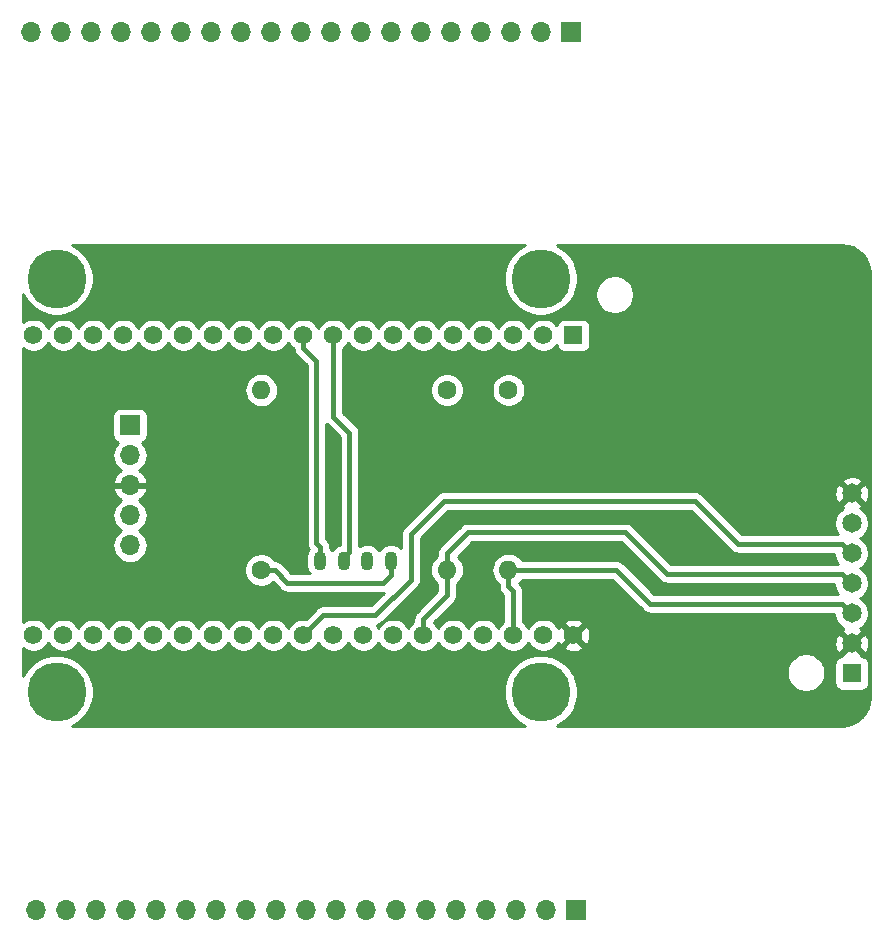
<source format=gbr>
G04 #@! TF.GenerationSoftware,KiCad,Pcbnew,(5.1.0)-1*
G04 #@! TF.CreationDate,2021-02-05T09:11:40+01:00*
G04 #@! TF.ProjectId,phyphox_CO2_Monitor,70687970-686f-4785-9f43-4f325f4d6f6e,rev?*
G04 #@! TF.SameCoordinates,Original*
G04 #@! TF.FileFunction,Copper,L1,Top*
G04 #@! TF.FilePolarity,Positive*
%FSLAX46Y46*%
G04 Gerber Fmt 4.6, Leading zero omitted, Abs format (unit mm)*
G04 Created by KiCad (PCBNEW (5.1.0)-1) date 2021-02-05 09:11:40*
%MOMM*%
%LPD*%
G04 APERTURE LIST*
%ADD10O,1.100000X1.600000*%
%ADD11C,5.000000*%
%ADD12O,1.700000X1.700000*%
%ADD13R,1.700000X1.700000*%
%ADD14R,1.560000X1.560000*%
%ADD15C,1.560000*%
%ADD16R,1.650000X1.650000*%
%ADD17C,1.650000*%
%ADD18C,1.600000*%
%ADD19O,1.600000X1.600000*%
%ADD20C,0.800000*%
%ADD21C,0.400000*%
%ADD22C,0.254000*%
G04 APERTURE END LIST*
D10*
X139583640Y-85097460D03*
X141583640Y-85097460D03*
X143583640Y-85097460D03*
X145583640Y-85097460D03*
D11*
X158264800Y-61199200D03*
X158264800Y-96199200D03*
X117264800Y-61199200D03*
X117264800Y-96199200D03*
D12*
X123484800Y-83779200D03*
X123484800Y-81239200D03*
X123484800Y-78699200D03*
X123484800Y-76159200D03*
D13*
X123484800Y-73619200D03*
D14*
X161024800Y-65999200D03*
D15*
X158484800Y-65999200D03*
X115304800Y-65999200D03*
X155944800Y-65999200D03*
X153404800Y-65999200D03*
X150864800Y-65999200D03*
X148324800Y-65999200D03*
X145784800Y-65999200D03*
X143244800Y-65999200D03*
X140704800Y-65999200D03*
X138164800Y-65999200D03*
X135624800Y-65999200D03*
X133084800Y-65999200D03*
X130544800Y-65999200D03*
X128004800Y-65999200D03*
X125464800Y-65999200D03*
X122924800Y-65999200D03*
X120384800Y-65999200D03*
X117844800Y-65999200D03*
X161024800Y-91399200D03*
X158484800Y-91399200D03*
X155944800Y-91399200D03*
X153404800Y-91399200D03*
X150864800Y-91399200D03*
X148324800Y-91399200D03*
X145784800Y-91399200D03*
X143244800Y-91399200D03*
X140704800Y-91399200D03*
X138164800Y-91399200D03*
X135624800Y-91399200D03*
X133084800Y-91399200D03*
X130544800Y-91399200D03*
X128004800Y-91399200D03*
X125464800Y-91399200D03*
X122924800Y-91399200D03*
X120384800Y-91399200D03*
X117844800Y-91399200D03*
X115304800Y-91399200D03*
D16*
X184584800Y-94629200D03*
D17*
X184584800Y-92089200D03*
X184584800Y-89549200D03*
X184584800Y-87009200D03*
X184584800Y-84469200D03*
X184584800Y-81929200D03*
X184584800Y-79389200D03*
D12*
X115544800Y-114699200D03*
X118084800Y-114699200D03*
X120624800Y-114699200D03*
X123164800Y-114699200D03*
X125704800Y-114699200D03*
X128244800Y-114699200D03*
X130784800Y-114699200D03*
X133324800Y-114699200D03*
X135864800Y-114699200D03*
X138404800Y-114699200D03*
X140944800Y-114699200D03*
X143484800Y-114699200D03*
X146024800Y-114699200D03*
X148564800Y-114699200D03*
X151104800Y-114699200D03*
X153644800Y-114699200D03*
X156184800Y-114699200D03*
X158724800Y-114699200D03*
D13*
X161264800Y-114699200D03*
D12*
X115124800Y-40333200D03*
X117664800Y-40333200D03*
X120204800Y-40333200D03*
X122744800Y-40333200D03*
X125284800Y-40333200D03*
X127824800Y-40333200D03*
X130364800Y-40333200D03*
X132904800Y-40333200D03*
X135444800Y-40333200D03*
X137984800Y-40333200D03*
X140524800Y-40333200D03*
X143064800Y-40333200D03*
X145604800Y-40333200D03*
X148144800Y-40333200D03*
X150684800Y-40333200D03*
X153224800Y-40333200D03*
X155764800Y-40333200D03*
X158304800Y-40333200D03*
D13*
X160844800Y-40333200D03*
D18*
X134597300Y-85874700D03*
D19*
X134597300Y-70634700D03*
D18*
X150317800Y-70624200D03*
D19*
X150317800Y-85864200D03*
X155524800Y-85864200D03*
D18*
X155524800Y-70624200D03*
D20*
X129264800Y-88949200D03*
X130764800Y-75699200D03*
X146764800Y-89699200D03*
X152857800Y-87199200D03*
X148764800Y-83699200D03*
X140764800Y-76699200D03*
X117264800Y-71199200D03*
D21*
X135728670Y-85874700D02*
X136803170Y-86949200D01*
X134597300Y-85874700D02*
X135728670Y-85874700D01*
X136803170Y-86949200D02*
X144764800Y-86949200D01*
X144931900Y-86949200D02*
X144764800Y-86949200D01*
X145583640Y-86297460D02*
X144931900Y-86949200D01*
X145583640Y-85097460D02*
X145583640Y-86297460D01*
X150317800Y-88023200D02*
X150317800Y-85864200D01*
X148310000Y-91376000D02*
X148310000Y-90031000D01*
X148310000Y-90031000D02*
X150317800Y-88023200D01*
X150317800Y-84467200D02*
X150317800Y-85864200D01*
X152095800Y-82689200D02*
X150317800Y-84467200D01*
X165430800Y-82689200D02*
X152095800Y-82689200D01*
X168925801Y-86184201D02*
X165430800Y-82689200D01*
X183759801Y-86184201D02*
X168925801Y-86184201D01*
X184584800Y-87009200D02*
X183759801Y-86184201D01*
X155524800Y-85864200D02*
X155524800Y-87261200D01*
X155930000Y-87666400D02*
X155930000Y-91376000D01*
X155524800Y-87261200D02*
X155930000Y-87666400D01*
X164668800Y-85864200D02*
X155524800Y-85864200D01*
X167528801Y-88724201D02*
X164668800Y-85864200D01*
X183759801Y-88724201D02*
X167528801Y-88724201D01*
X184584800Y-89549200D02*
X183759801Y-88724201D01*
X139864800Y-89699200D02*
X138164800Y-91399200D01*
X144264800Y-89699200D02*
X139864800Y-89699200D01*
X147269800Y-86694200D02*
X144264800Y-89699200D01*
X183759801Y-83644201D02*
X174931801Y-83644201D01*
X184584800Y-84469200D02*
X183759801Y-83644201D01*
X174931801Y-83644201D02*
X171309800Y-80022200D01*
X171309800Y-80022200D02*
X150063800Y-80022200D01*
X150063800Y-80022200D02*
X147269800Y-82816200D01*
X147269800Y-82816200D02*
X147269800Y-86694200D01*
X138164800Y-67102286D02*
X138164800Y-65999200D01*
X139264800Y-68202286D02*
X138164800Y-67102286D01*
X139264800Y-83578620D02*
X139264800Y-68202286D01*
X139583640Y-83897460D02*
X139264800Y-83578620D01*
X139583640Y-85097460D02*
X139583640Y-83897460D01*
X140704800Y-72889200D02*
X140704800Y-65999200D01*
X142064801Y-74249201D02*
X140704800Y-72889200D01*
X142064801Y-84366299D02*
X142064801Y-74249201D01*
X141583640Y-84847460D02*
X142064801Y-84366299D01*
X141583640Y-85097460D02*
X141583640Y-84847460D01*
X143205800Y-66000200D02*
X143230000Y-65976000D01*
D22*
G36*
X156779821Y-58420999D02*
G01*
X156266354Y-58764086D01*
X155829686Y-59200754D01*
X155486599Y-59714221D01*
X155250276Y-60284754D01*
X155129800Y-60890429D01*
X155129800Y-61507971D01*
X155250276Y-62113646D01*
X155486599Y-62684179D01*
X155829686Y-63197646D01*
X156266354Y-63634314D01*
X156779821Y-63977401D01*
X157350354Y-64213724D01*
X157956029Y-64334200D01*
X158573571Y-64334200D01*
X159179246Y-64213724D01*
X159749779Y-63977401D01*
X160263246Y-63634314D01*
X160699914Y-63197646D01*
X161043001Y-62684179D01*
X161165613Y-62388167D01*
X162879800Y-62388167D01*
X162879800Y-62710233D01*
X162942632Y-63026112D01*
X163065882Y-63323663D01*
X163244813Y-63591452D01*
X163472548Y-63819187D01*
X163740337Y-63998118D01*
X164037888Y-64121368D01*
X164353767Y-64184200D01*
X164675833Y-64184200D01*
X164991712Y-64121368D01*
X165289263Y-63998118D01*
X165557052Y-63819187D01*
X165784787Y-63591452D01*
X165963718Y-63323663D01*
X166086968Y-63026112D01*
X166149800Y-62710233D01*
X166149800Y-62388167D01*
X166086968Y-62072288D01*
X165963718Y-61774737D01*
X165784787Y-61506948D01*
X165557052Y-61279213D01*
X165289263Y-61100282D01*
X164991712Y-60977032D01*
X164675833Y-60914200D01*
X164353767Y-60914200D01*
X164037888Y-60977032D01*
X163740337Y-61100282D01*
X163472548Y-61279213D01*
X163244813Y-61506948D01*
X163065882Y-61774737D01*
X162942632Y-62072288D01*
X162879800Y-62388167D01*
X161165613Y-62388167D01*
X161279324Y-62113646D01*
X161399800Y-61507971D01*
X161399800Y-60890429D01*
X161279324Y-60284754D01*
X161043001Y-59714221D01*
X160699914Y-59200754D01*
X160263246Y-58764086D01*
X159749779Y-58420999D01*
X159600583Y-58359200D01*
X183732521Y-58359200D01*
X184218693Y-58406870D01*
X184655298Y-58538689D01*
X185057985Y-58752800D01*
X185411412Y-59041048D01*
X185702127Y-59392461D01*
X185919042Y-59793639D01*
X186053906Y-60229313D01*
X186104800Y-60713544D01*
X186104801Y-96666911D01*
X186057130Y-97153094D01*
X185925312Y-97589697D01*
X185711199Y-97992386D01*
X185422950Y-98345813D01*
X185071539Y-98636527D01*
X184670364Y-98853440D01*
X184234686Y-98988306D01*
X183750464Y-99039200D01*
X159600583Y-99039200D01*
X159749779Y-98977401D01*
X160263246Y-98634314D01*
X160699914Y-98197646D01*
X161043001Y-97684179D01*
X161279324Y-97113646D01*
X161399800Y-96507971D01*
X161399800Y-95890429D01*
X161279324Y-95284754D01*
X161043001Y-94714221D01*
X160825140Y-94388167D01*
X179079800Y-94388167D01*
X179079800Y-94710233D01*
X179142632Y-95026112D01*
X179265882Y-95323663D01*
X179444813Y-95591452D01*
X179672548Y-95819187D01*
X179940337Y-95998118D01*
X180237888Y-96121368D01*
X180553767Y-96184200D01*
X180875833Y-96184200D01*
X181191712Y-96121368D01*
X181489263Y-95998118D01*
X181757052Y-95819187D01*
X181984787Y-95591452D01*
X182163718Y-95323663D01*
X182286968Y-95026112D01*
X182349800Y-94710233D01*
X182349800Y-94388167D01*
X182286968Y-94072288D01*
X182175923Y-93804200D01*
X183121728Y-93804200D01*
X183121728Y-95454200D01*
X183133988Y-95578682D01*
X183170298Y-95698380D01*
X183229263Y-95808694D01*
X183308615Y-95905385D01*
X183405306Y-95984737D01*
X183515620Y-96043702D01*
X183635318Y-96080012D01*
X183759800Y-96092272D01*
X185409800Y-96092272D01*
X185534282Y-96080012D01*
X185653980Y-96043702D01*
X185764294Y-95984737D01*
X185860985Y-95905385D01*
X185940337Y-95808694D01*
X185999302Y-95698380D01*
X186035612Y-95578682D01*
X186047872Y-95454200D01*
X186047872Y-93804200D01*
X186035612Y-93679718D01*
X185999302Y-93560020D01*
X185940337Y-93449706D01*
X185860985Y-93353015D01*
X185764294Y-93273663D01*
X185653980Y-93214698D01*
X185534282Y-93178388D01*
X185409800Y-93166128D01*
X185395657Y-93166128D01*
X185415746Y-93099751D01*
X184584800Y-92268805D01*
X183753854Y-93099751D01*
X183773943Y-93166128D01*
X183759800Y-93166128D01*
X183635318Y-93178388D01*
X183515620Y-93214698D01*
X183405306Y-93273663D01*
X183308615Y-93353015D01*
X183229263Y-93449706D01*
X183170298Y-93560020D01*
X183133988Y-93679718D01*
X183121728Y-93804200D01*
X182175923Y-93804200D01*
X182163718Y-93774737D01*
X181984787Y-93506948D01*
X181757052Y-93279213D01*
X181489263Y-93100282D01*
X181191712Y-92977032D01*
X180875833Y-92914200D01*
X180553767Y-92914200D01*
X180237888Y-92977032D01*
X179940337Y-93100282D01*
X179672548Y-93279213D01*
X179444813Y-93506948D01*
X179265882Y-93774737D01*
X179142632Y-94072288D01*
X179079800Y-94388167D01*
X160825140Y-94388167D01*
X160699914Y-94200754D01*
X160263246Y-93764086D01*
X159749779Y-93420999D01*
X159179246Y-93184676D01*
X158573571Y-93064200D01*
X157956029Y-93064200D01*
X157350354Y-93184676D01*
X156779821Y-93420999D01*
X156266354Y-93764086D01*
X155829686Y-94200754D01*
X155486599Y-94714221D01*
X155250276Y-95284754D01*
X155129800Y-95890429D01*
X155129800Y-96507971D01*
X155250276Y-97113646D01*
X155486599Y-97684179D01*
X155829686Y-98197646D01*
X156266354Y-98634314D01*
X156779821Y-98977401D01*
X156929017Y-99039200D01*
X118600583Y-99039200D01*
X118749779Y-98977401D01*
X119263246Y-98634314D01*
X119699914Y-98197646D01*
X120043001Y-97684179D01*
X120279324Y-97113646D01*
X120399800Y-96507971D01*
X120399800Y-95890429D01*
X120279324Y-95284754D01*
X120043001Y-94714221D01*
X119699914Y-94200754D01*
X119263246Y-93764086D01*
X118749779Y-93420999D01*
X118179246Y-93184676D01*
X117573571Y-93064200D01*
X116956029Y-93064200D01*
X116350354Y-93184676D01*
X115779821Y-93420999D01*
X115266354Y-93764086D01*
X114829686Y-94200754D01*
X114486599Y-94714221D01*
X114424800Y-94863417D01*
X114424800Y-92513010D01*
X114634546Y-92653157D01*
X114892060Y-92759823D01*
X115165435Y-92814200D01*
X115444165Y-92814200D01*
X115717540Y-92759823D01*
X115975054Y-92653157D01*
X116206810Y-92498303D01*
X116403903Y-92301210D01*
X116558757Y-92069454D01*
X116574800Y-92030723D01*
X116590843Y-92069454D01*
X116745697Y-92301210D01*
X116942790Y-92498303D01*
X117174546Y-92653157D01*
X117432060Y-92759823D01*
X117705435Y-92814200D01*
X117984165Y-92814200D01*
X118257540Y-92759823D01*
X118515054Y-92653157D01*
X118746810Y-92498303D01*
X118943903Y-92301210D01*
X119098757Y-92069454D01*
X119114800Y-92030723D01*
X119130843Y-92069454D01*
X119285697Y-92301210D01*
X119482790Y-92498303D01*
X119714546Y-92653157D01*
X119972060Y-92759823D01*
X120245435Y-92814200D01*
X120524165Y-92814200D01*
X120797540Y-92759823D01*
X121055054Y-92653157D01*
X121286810Y-92498303D01*
X121483903Y-92301210D01*
X121638757Y-92069454D01*
X121654800Y-92030723D01*
X121670843Y-92069454D01*
X121825697Y-92301210D01*
X122022790Y-92498303D01*
X122254546Y-92653157D01*
X122512060Y-92759823D01*
X122785435Y-92814200D01*
X123064165Y-92814200D01*
X123337540Y-92759823D01*
X123595054Y-92653157D01*
X123826810Y-92498303D01*
X124023903Y-92301210D01*
X124178757Y-92069454D01*
X124194800Y-92030723D01*
X124210843Y-92069454D01*
X124365697Y-92301210D01*
X124562790Y-92498303D01*
X124794546Y-92653157D01*
X125052060Y-92759823D01*
X125325435Y-92814200D01*
X125604165Y-92814200D01*
X125877540Y-92759823D01*
X126135054Y-92653157D01*
X126366810Y-92498303D01*
X126563903Y-92301210D01*
X126718757Y-92069454D01*
X126734800Y-92030723D01*
X126750843Y-92069454D01*
X126905697Y-92301210D01*
X127102790Y-92498303D01*
X127334546Y-92653157D01*
X127592060Y-92759823D01*
X127865435Y-92814200D01*
X128144165Y-92814200D01*
X128417540Y-92759823D01*
X128675054Y-92653157D01*
X128906810Y-92498303D01*
X129103903Y-92301210D01*
X129258757Y-92069454D01*
X129274800Y-92030723D01*
X129290843Y-92069454D01*
X129445697Y-92301210D01*
X129642790Y-92498303D01*
X129874546Y-92653157D01*
X130132060Y-92759823D01*
X130405435Y-92814200D01*
X130684165Y-92814200D01*
X130957540Y-92759823D01*
X131215054Y-92653157D01*
X131446810Y-92498303D01*
X131643903Y-92301210D01*
X131798757Y-92069454D01*
X131814800Y-92030723D01*
X131830843Y-92069454D01*
X131985697Y-92301210D01*
X132182790Y-92498303D01*
X132414546Y-92653157D01*
X132672060Y-92759823D01*
X132945435Y-92814200D01*
X133224165Y-92814200D01*
X133497540Y-92759823D01*
X133755054Y-92653157D01*
X133986810Y-92498303D01*
X134183903Y-92301210D01*
X134338757Y-92069454D01*
X134354800Y-92030723D01*
X134370843Y-92069454D01*
X134525697Y-92301210D01*
X134722790Y-92498303D01*
X134954546Y-92653157D01*
X135212060Y-92759823D01*
X135485435Y-92814200D01*
X135764165Y-92814200D01*
X136037540Y-92759823D01*
X136295054Y-92653157D01*
X136526810Y-92498303D01*
X136723903Y-92301210D01*
X136878757Y-92069454D01*
X136894800Y-92030723D01*
X136910843Y-92069454D01*
X137065697Y-92301210D01*
X137262790Y-92498303D01*
X137494546Y-92653157D01*
X137752060Y-92759823D01*
X138025435Y-92814200D01*
X138304165Y-92814200D01*
X138577540Y-92759823D01*
X138835054Y-92653157D01*
X139066810Y-92498303D01*
X139263903Y-92301210D01*
X139418757Y-92069454D01*
X139434800Y-92030723D01*
X139450843Y-92069454D01*
X139605697Y-92301210D01*
X139802790Y-92498303D01*
X140034546Y-92653157D01*
X140292060Y-92759823D01*
X140565435Y-92814200D01*
X140844165Y-92814200D01*
X141117540Y-92759823D01*
X141375054Y-92653157D01*
X141606810Y-92498303D01*
X141803903Y-92301210D01*
X141958757Y-92069454D01*
X141974800Y-92030723D01*
X141990843Y-92069454D01*
X142145697Y-92301210D01*
X142342790Y-92498303D01*
X142574546Y-92653157D01*
X142832060Y-92759823D01*
X143105435Y-92814200D01*
X143384165Y-92814200D01*
X143657540Y-92759823D01*
X143915054Y-92653157D01*
X144146810Y-92498303D01*
X144343903Y-92301210D01*
X144498757Y-92069454D01*
X144514800Y-92030723D01*
X144530843Y-92069454D01*
X144685697Y-92301210D01*
X144882790Y-92498303D01*
X145114546Y-92653157D01*
X145372060Y-92759823D01*
X145645435Y-92814200D01*
X145924165Y-92814200D01*
X146197540Y-92759823D01*
X146455054Y-92653157D01*
X146686810Y-92498303D01*
X146883903Y-92301210D01*
X147038757Y-92069454D01*
X147054800Y-92030723D01*
X147070843Y-92069454D01*
X147225697Y-92301210D01*
X147422790Y-92498303D01*
X147654546Y-92653157D01*
X147912060Y-92759823D01*
X148185435Y-92814200D01*
X148464165Y-92814200D01*
X148737540Y-92759823D01*
X148995054Y-92653157D01*
X149226810Y-92498303D01*
X149423903Y-92301210D01*
X149578757Y-92069454D01*
X149594800Y-92030723D01*
X149610843Y-92069454D01*
X149765697Y-92301210D01*
X149962790Y-92498303D01*
X150194546Y-92653157D01*
X150452060Y-92759823D01*
X150725435Y-92814200D01*
X151004165Y-92814200D01*
X151277540Y-92759823D01*
X151535054Y-92653157D01*
X151766810Y-92498303D01*
X151963903Y-92301210D01*
X152118757Y-92069454D01*
X152134800Y-92030723D01*
X152150843Y-92069454D01*
X152305697Y-92301210D01*
X152502790Y-92498303D01*
X152734546Y-92653157D01*
X152992060Y-92759823D01*
X153265435Y-92814200D01*
X153544165Y-92814200D01*
X153817540Y-92759823D01*
X154075054Y-92653157D01*
X154306810Y-92498303D01*
X154503903Y-92301210D01*
X154658757Y-92069454D01*
X154674800Y-92030723D01*
X154690843Y-92069454D01*
X154845697Y-92301210D01*
X155042790Y-92498303D01*
X155274546Y-92653157D01*
X155532060Y-92759823D01*
X155805435Y-92814200D01*
X156084165Y-92814200D01*
X156357540Y-92759823D01*
X156615054Y-92653157D01*
X156846810Y-92498303D01*
X157043903Y-92301210D01*
X157198757Y-92069454D01*
X157214800Y-92030723D01*
X157230843Y-92069454D01*
X157385697Y-92301210D01*
X157582790Y-92498303D01*
X157814546Y-92653157D01*
X158072060Y-92759823D01*
X158345435Y-92814200D01*
X158624165Y-92814200D01*
X158897540Y-92759823D01*
X159155054Y-92653157D01*
X159386810Y-92498303D01*
X159507492Y-92377621D01*
X160225984Y-92377621D01*
X160295145Y-92619549D01*
X160547243Y-92738448D01*
X160817694Y-92805881D01*
X161096103Y-92819257D01*
X161371772Y-92778060D01*
X161634108Y-92683875D01*
X161754455Y-92619549D01*
X161823616Y-92377621D01*
X161024800Y-91578805D01*
X160225984Y-92377621D01*
X159507492Y-92377621D01*
X159583903Y-92301210D01*
X159738757Y-92069454D01*
X159753577Y-92033675D01*
X159804451Y-92128855D01*
X160046379Y-92198016D01*
X160845195Y-91399200D01*
X161204405Y-91399200D01*
X162003221Y-92198016D01*
X162140676Y-92158721D01*
X183119383Y-92158721D01*
X183161103Y-92443274D01*
X183257535Y-92714220D01*
X183327727Y-92845537D01*
X183574249Y-92920146D01*
X184405195Y-92089200D01*
X184764405Y-92089200D01*
X185595351Y-92920146D01*
X185841873Y-92845537D01*
X185965273Y-92585761D01*
X186035623Y-92306903D01*
X186050217Y-92019679D01*
X186008497Y-91735126D01*
X185912065Y-91464180D01*
X185841873Y-91332863D01*
X185595351Y-91258254D01*
X184764405Y-92089200D01*
X184405195Y-92089200D01*
X183574249Y-91258254D01*
X183327727Y-91332863D01*
X183204327Y-91592639D01*
X183133977Y-91871497D01*
X183119383Y-92158721D01*
X162140676Y-92158721D01*
X162245149Y-92128855D01*
X162364048Y-91876757D01*
X162431481Y-91606306D01*
X162444857Y-91327897D01*
X162403660Y-91052228D01*
X162309475Y-90789892D01*
X162245149Y-90669545D01*
X162003221Y-90600384D01*
X161204405Y-91399200D01*
X160845195Y-91399200D01*
X160046379Y-90600384D01*
X159804451Y-90669545D01*
X159756375Y-90771479D01*
X159738757Y-90728946D01*
X159583903Y-90497190D01*
X159507492Y-90420779D01*
X160225984Y-90420779D01*
X161024800Y-91219595D01*
X161823616Y-90420779D01*
X161754455Y-90178851D01*
X161502357Y-90059952D01*
X161231906Y-89992519D01*
X160953497Y-89979143D01*
X160677828Y-90020340D01*
X160415492Y-90114525D01*
X160295145Y-90178851D01*
X160225984Y-90420779D01*
X159507492Y-90420779D01*
X159386810Y-90300097D01*
X159155054Y-90145243D01*
X158897540Y-90038577D01*
X158624165Y-89984200D01*
X158345435Y-89984200D01*
X158072060Y-90038577D01*
X157814546Y-90145243D01*
X157582790Y-90300097D01*
X157385697Y-90497190D01*
X157230843Y-90728946D01*
X157214800Y-90767677D01*
X157198757Y-90728946D01*
X157043903Y-90497190D01*
X156846810Y-90300097D01*
X156765000Y-90245433D01*
X156765000Y-87707407D01*
X156769039Y-87666399D01*
X156765000Y-87625391D01*
X156765000Y-87625381D01*
X156752918Y-87502711D01*
X156705172Y-87345313D01*
X156627636Y-87200254D01*
X156523291Y-87073109D01*
X156491422Y-87046955D01*
X156425698Y-86981231D01*
X156544408Y-86883808D01*
X156695912Y-86699200D01*
X164322933Y-86699200D01*
X166909360Y-89285628D01*
X166935510Y-89317492D01*
X167018393Y-89385512D01*
X167062655Y-89421837D01*
X167207714Y-89499373D01*
X167365112Y-89547119D01*
X167528800Y-89563241D01*
X167569819Y-89559201D01*
X183124800Y-89559201D01*
X183124800Y-89692997D01*
X183180907Y-89975066D01*
X183290965Y-90240769D01*
X183450744Y-90479896D01*
X183654104Y-90683256D01*
X183855376Y-90817741D01*
X183828463Y-90832127D01*
X183753854Y-91078649D01*
X184584800Y-91909595D01*
X185415746Y-91078649D01*
X185341137Y-90832127D01*
X185312823Y-90818677D01*
X185515496Y-90683256D01*
X185718856Y-90479896D01*
X185878635Y-90240769D01*
X185988693Y-89975066D01*
X186044800Y-89692997D01*
X186044800Y-89405403D01*
X185988693Y-89123334D01*
X185878635Y-88857631D01*
X185718856Y-88618504D01*
X185515496Y-88415144D01*
X185312041Y-88279200D01*
X185515496Y-88143256D01*
X185718856Y-87939896D01*
X185878635Y-87700769D01*
X185988693Y-87435066D01*
X186044800Y-87152997D01*
X186044800Y-86865403D01*
X185988693Y-86583334D01*
X185878635Y-86317631D01*
X185718856Y-86078504D01*
X185515496Y-85875144D01*
X185312041Y-85739200D01*
X185515496Y-85603256D01*
X185718856Y-85399896D01*
X185878635Y-85160769D01*
X185988693Y-84895066D01*
X186044800Y-84612997D01*
X186044800Y-84325403D01*
X185988693Y-84043334D01*
X185878635Y-83777631D01*
X185718856Y-83538504D01*
X185515496Y-83335144D01*
X185312041Y-83199200D01*
X185515496Y-83063256D01*
X185718856Y-82859896D01*
X185878635Y-82620769D01*
X185988693Y-82355066D01*
X186044800Y-82072997D01*
X186044800Y-81785403D01*
X185988693Y-81503334D01*
X185878635Y-81237631D01*
X185718856Y-80998504D01*
X185515496Y-80795144D01*
X185314224Y-80660659D01*
X185341137Y-80646273D01*
X185415746Y-80399751D01*
X184584800Y-79568805D01*
X183753854Y-80399751D01*
X183828463Y-80646273D01*
X183856777Y-80659723D01*
X183654104Y-80795144D01*
X183450744Y-80998504D01*
X183290965Y-81237631D01*
X183180907Y-81503334D01*
X183124800Y-81785403D01*
X183124800Y-82072997D01*
X183180907Y-82355066D01*
X183290965Y-82620769D01*
X183416871Y-82809201D01*
X175277670Y-82809201D01*
X171929246Y-79460779D01*
X171927558Y-79458721D01*
X183119383Y-79458721D01*
X183161103Y-79743274D01*
X183257535Y-80014220D01*
X183327727Y-80145537D01*
X183574249Y-80220146D01*
X184405195Y-79389200D01*
X184764405Y-79389200D01*
X185595351Y-80220146D01*
X185841873Y-80145537D01*
X185965273Y-79885761D01*
X186035623Y-79606903D01*
X186050217Y-79319679D01*
X186008497Y-79035126D01*
X185912065Y-78764180D01*
X185841873Y-78632863D01*
X185595351Y-78558254D01*
X184764405Y-79389200D01*
X184405195Y-79389200D01*
X183574249Y-78558254D01*
X183327727Y-78632863D01*
X183204327Y-78892639D01*
X183133977Y-79171497D01*
X183119383Y-79458721D01*
X171927558Y-79458721D01*
X171903091Y-79428909D01*
X171775946Y-79324564D01*
X171630887Y-79247028D01*
X171473489Y-79199282D01*
X171350819Y-79187200D01*
X171350818Y-79187200D01*
X171309800Y-79183160D01*
X171268782Y-79187200D01*
X150104818Y-79187200D01*
X150063800Y-79183160D01*
X150022782Y-79187200D01*
X150022781Y-79187200D01*
X149900111Y-79199282D01*
X149742713Y-79247028D01*
X149597654Y-79324564D01*
X149518895Y-79389200D01*
X149470509Y-79428909D01*
X149444363Y-79460768D01*
X146708379Y-82196754D01*
X146676509Y-82222909D01*
X146618003Y-82294200D01*
X146572164Y-82350055D01*
X146494628Y-82495114D01*
X146446882Y-82652512D01*
X146430760Y-82816200D01*
X146434800Y-82857219D01*
X146434800Y-84016677D01*
X146425615Y-84005485D01*
X146245175Y-83857402D01*
X146039313Y-83747366D01*
X145815939Y-83679607D01*
X145583640Y-83656727D01*
X145351340Y-83679607D01*
X145127966Y-83747366D01*
X144922104Y-83857402D01*
X144741665Y-84005485D01*
X144593582Y-84185925D01*
X144583640Y-84204525D01*
X144573698Y-84185924D01*
X144425615Y-84005485D01*
X144245175Y-83857402D01*
X144039313Y-83747366D01*
X143815939Y-83679607D01*
X143583640Y-83656727D01*
X143351340Y-83679607D01*
X143127966Y-83747366D01*
X142922104Y-83857402D01*
X142899801Y-83875706D01*
X142899801Y-78378649D01*
X183753854Y-78378649D01*
X184584800Y-79209595D01*
X185415746Y-78378649D01*
X185341137Y-78132127D01*
X185081361Y-78008727D01*
X184802503Y-77938377D01*
X184515279Y-77923783D01*
X184230726Y-77965503D01*
X183959780Y-78061935D01*
X183828463Y-78132127D01*
X183753854Y-78378649D01*
X142899801Y-78378649D01*
X142899801Y-74290219D01*
X142903841Y-74249201D01*
X142887719Y-74085512D01*
X142839973Y-73928114D01*
X142762437Y-73783055D01*
X142684240Y-73687771D01*
X142684238Y-73687769D01*
X142658092Y-73655910D01*
X142626233Y-73629764D01*
X141539800Y-72543333D01*
X141539800Y-70482865D01*
X148882800Y-70482865D01*
X148882800Y-70765535D01*
X148937947Y-71042774D01*
X149046120Y-71303927D01*
X149203163Y-71538959D01*
X149403041Y-71738837D01*
X149638073Y-71895880D01*
X149899226Y-72004053D01*
X150176465Y-72059200D01*
X150459135Y-72059200D01*
X150736374Y-72004053D01*
X150997527Y-71895880D01*
X151232559Y-71738837D01*
X151432437Y-71538959D01*
X151589480Y-71303927D01*
X151697653Y-71042774D01*
X151752800Y-70765535D01*
X151752800Y-70482865D01*
X154089800Y-70482865D01*
X154089800Y-70765535D01*
X154144947Y-71042774D01*
X154253120Y-71303927D01*
X154410163Y-71538959D01*
X154610041Y-71738837D01*
X154845073Y-71895880D01*
X155106226Y-72004053D01*
X155383465Y-72059200D01*
X155666135Y-72059200D01*
X155943374Y-72004053D01*
X156204527Y-71895880D01*
X156439559Y-71738837D01*
X156639437Y-71538959D01*
X156796480Y-71303927D01*
X156904653Y-71042774D01*
X156959800Y-70765535D01*
X156959800Y-70482865D01*
X156904653Y-70205626D01*
X156796480Y-69944473D01*
X156639437Y-69709441D01*
X156439559Y-69509563D01*
X156204527Y-69352520D01*
X155943374Y-69244347D01*
X155666135Y-69189200D01*
X155383465Y-69189200D01*
X155106226Y-69244347D01*
X154845073Y-69352520D01*
X154610041Y-69509563D01*
X154410163Y-69709441D01*
X154253120Y-69944473D01*
X154144947Y-70205626D01*
X154089800Y-70482865D01*
X151752800Y-70482865D01*
X151697653Y-70205626D01*
X151589480Y-69944473D01*
X151432437Y-69709441D01*
X151232559Y-69509563D01*
X150997527Y-69352520D01*
X150736374Y-69244347D01*
X150459135Y-69189200D01*
X150176465Y-69189200D01*
X149899226Y-69244347D01*
X149638073Y-69352520D01*
X149403041Y-69509563D01*
X149203163Y-69709441D01*
X149046120Y-69944473D01*
X148937947Y-70205626D01*
X148882800Y-70482865D01*
X141539800Y-70482865D01*
X141539800Y-67143078D01*
X141606810Y-67098303D01*
X141803903Y-66901210D01*
X141958757Y-66669454D01*
X141974800Y-66630723D01*
X141990843Y-66669454D01*
X142145697Y-66901210D01*
X142342790Y-67098303D01*
X142574546Y-67253157D01*
X142832060Y-67359823D01*
X143105435Y-67414200D01*
X143384165Y-67414200D01*
X143657540Y-67359823D01*
X143915054Y-67253157D01*
X144146810Y-67098303D01*
X144343903Y-66901210D01*
X144498757Y-66669454D01*
X144514800Y-66630723D01*
X144530843Y-66669454D01*
X144685697Y-66901210D01*
X144882790Y-67098303D01*
X145114546Y-67253157D01*
X145372060Y-67359823D01*
X145645435Y-67414200D01*
X145924165Y-67414200D01*
X146197540Y-67359823D01*
X146455054Y-67253157D01*
X146686810Y-67098303D01*
X146883903Y-66901210D01*
X147038757Y-66669454D01*
X147054800Y-66630723D01*
X147070843Y-66669454D01*
X147225697Y-66901210D01*
X147422790Y-67098303D01*
X147654546Y-67253157D01*
X147912060Y-67359823D01*
X148185435Y-67414200D01*
X148464165Y-67414200D01*
X148737540Y-67359823D01*
X148995054Y-67253157D01*
X149226810Y-67098303D01*
X149423903Y-66901210D01*
X149578757Y-66669454D01*
X149594800Y-66630723D01*
X149610843Y-66669454D01*
X149765697Y-66901210D01*
X149962790Y-67098303D01*
X150194546Y-67253157D01*
X150452060Y-67359823D01*
X150725435Y-67414200D01*
X151004165Y-67414200D01*
X151277540Y-67359823D01*
X151535054Y-67253157D01*
X151766810Y-67098303D01*
X151963903Y-66901210D01*
X152118757Y-66669454D01*
X152134800Y-66630723D01*
X152150843Y-66669454D01*
X152305697Y-66901210D01*
X152502790Y-67098303D01*
X152734546Y-67253157D01*
X152992060Y-67359823D01*
X153265435Y-67414200D01*
X153544165Y-67414200D01*
X153817540Y-67359823D01*
X154075054Y-67253157D01*
X154306810Y-67098303D01*
X154503903Y-66901210D01*
X154658757Y-66669454D01*
X154674800Y-66630723D01*
X154690843Y-66669454D01*
X154845697Y-66901210D01*
X155042790Y-67098303D01*
X155274546Y-67253157D01*
X155532060Y-67359823D01*
X155805435Y-67414200D01*
X156084165Y-67414200D01*
X156357540Y-67359823D01*
X156615054Y-67253157D01*
X156846810Y-67098303D01*
X157043903Y-66901210D01*
X157198757Y-66669454D01*
X157214800Y-66630723D01*
X157230843Y-66669454D01*
X157385697Y-66901210D01*
X157582790Y-67098303D01*
X157814546Y-67253157D01*
X158072060Y-67359823D01*
X158345435Y-67414200D01*
X158624165Y-67414200D01*
X158897540Y-67359823D01*
X159155054Y-67253157D01*
X159386810Y-67098303D01*
X159583903Y-66901210D01*
X159614269Y-66855764D01*
X159618988Y-66903682D01*
X159655298Y-67023380D01*
X159714263Y-67133694D01*
X159793615Y-67230385D01*
X159890306Y-67309737D01*
X160000620Y-67368702D01*
X160120318Y-67405012D01*
X160244800Y-67417272D01*
X161804800Y-67417272D01*
X161929282Y-67405012D01*
X162048980Y-67368702D01*
X162159294Y-67309737D01*
X162255985Y-67230385D01*
X162335337Y-67133694D01*
X162394302Y-67023380D01*
X162430612Y-66903682D01*
X162442872Y-66779200D01*
X162442872Y-65219200D01*
X162430612Y-65094718D01*
X162394302Y-64975020D01*
X162335337Y-64864706D01*
X162255985Y-64768015D01*
X162159294Y-64688663D01*
X162048980Y-64629698D01*
X161929282Y-64593388D01*
X161804800Y-64581128D01*
X160244800Y-64581128D01*
X160120318Y-64593388D01*
X160000620Y-64629698D01*
X159890306Y-64688663D01*
X159793615Y-64768015D01*
X159714263Y-64864706D01*
X159655298Y-64975020D01*
X159618988Y-65094718D01*
X159614269Y-65142636D01*
X159583903Y-65097190D01*
X159386810Y-64900097D01*
X159155054Y-64745243D01*
X158897540Y-64638577D01*
X158624165Y-64584200D01*
X158345435Y-64584200D01*
X158072060Y-64638577D01*
X157814546Y-64745243D01*
X157582790Y-64900097D01*
X157385697Y-65097190D01*
X157230843Y-65328946D01*
X157214800Y-65367677D01*
X157198757Y-65328946D01*
X157043903Y-65097190D01*
X156846810Y-64900097D01*
X156615054Y-64745243D01*
X156357540Y-64638577D01*
X156084165Y-64584200D01*
X155805435Y-64584200D01*
X155532060Y-64638577D01*
X155274546Y-64745243D01*
X155042790Y-64900097D01*
X154845697Y-65097190D01*
X154690843Y-65328946D01*
X154674800Y-65367677D01*
X154658757Y-65328946D01*
X154503903Y-65097190D01*
X154306810Y-64900097D01*
X154075054Y-64745243D01*
X153817540Y-64638577D01*
X153544165Y-64584200D01*
X153265435Y-64584200D01*
X152992060Y-64638577D01*
X152734546Y-64745243D01*
X152502790Y-64900097D01*
X152305697Y-65097190D01*
X152150843Y-65328946D01*
X152134800Y-65367677D01*
X152118757Y-65328946D01*
X151963903Y-65097190D01*
X151766810Y-64900097D01*
X151535054Y-64745243D01*
X151277540Y-64638577D01*
X151004165Y-64584200D01*
X150725435Y-64584200D01*
X150452060Y-64638577D01*
X150194546Y-64745243D01*
X149962790Y-64900097D01*
X149765697Y-65097190D01*
X149610843Y-65328946D01*
X149594800Y-65367677D01*
X149578757Y-65328946D01*
X149423903Y-65097190D01*
X149226810Y-64900097D01*
X148995054Y-64745243D01*
X148737540Y-64638577D01*
X148464165Y-64584200D01*
X148185435Y-64584200D01*
X147912060Y-64638577D01*
X147654546Y-64745243D01*
X147422790Y-64900097D01*
X147225697Y-65097190D01*
X147070843Y-65328946D01*
X147054800Y-65367677D01*
X147038757Y-65328946D01*
X146883903Y-65097190D01*
X146686810Y-64900097D01*
X146455054Y-64745243D01*
X146197540Y-64638577D01*
X145924165Y-64584200D01*
X145645435Y-64584200D01*
X145372060Y-64638577D01*
X145114546Y-64745243D01*
X144882790Y-64900097D01*
X144685697Y-65097190D01*
X144530843Y-65328946D01*
X144514800Y-65367677D01*
X144498757Y-65328946D01*
X144343903Y-65097190D01*
X144146810Y-64900097D01*
X143915054Y-64745243D01*
X143657540Y-64638577D01*
X143384165Y-64584200D01*
X143105435Y-64584200D01*
X142832060Y-64638577D01*
X142574546Y-64745243D01*
X142342790Y-64900097D01*
X142145697Y-65097190D01*
X141990843Y-65328946D01*
X141974800Y-65367677D01*
X141958757Y-65328946D01*
X141803903Y-65097190D01*
X141606810Y-64900097D01*
X141375054Y-64745243D01*
X141117540Y-64638577D01*
X140844165Y-64584200D01*
X140565435Y-64584200D01*
X140292060Y-64638577D01*
X140034546Y-64745243D01*
X139802790Y-64900097D01*
X139605697Y-65097190D01*
X139450843Y-65328946D01*
X139434800Y-65367677D01*
X139418757Y-65328946D01*
X139263903Y-65097190D01*
X139066810Y-64900097D01*
X138835054Y-64745243D01*
X138577540Y-64638577D01*
X138304165Y-64584200D01*
X138025435Y-64584200D01*
X137752060Y-64638577D01*
X137494546Y-64745243D01*
X137262790Y-64900097D01*
X137065697Y-65097190D01*
X136910843Y-65328946D01*
X136894800Y-65367677D01*
X136878757Y-65328946D01*
X136723903Y-65097190D01*
X136526810Y-64900097D01*
X136295054Y-64745243D01*
X136037540Y-64638577D01*
X135764165Y-64584200D01*
X135485435Y-64584200D01*
X135212060Y-64638577D01*
X134954546Y-64745243D01*
X134722790Y-64900097D01*
X134525697Y-65097190D01*
X134370843Y-65328946D01*
X134354800Y-65367677D01*
X134338757Y-65328946D01*
X134183903Y-65097190D01*
X133986810Y-64900097D01*
X133755054Y-64745243D01*
X133497540Y-64638577D01*
X133224165Y-64584200D01*
X132945435Y-64584200D01*
X132672060Y-64638577D01*
X132414546Y-64745243D01*
X132182790Y-64900097D01*
X131985697Y-65097190D01*
X131830843Y-65328946D01*
X131814800Y-65367677D01*
X131798757Y-65328946D01*
X131643903Y-65097190D01*
X131446810Y-64900097D01*
X131215054Y-64745243D01*
X130957540Y-64638577D01*
X130684165Y-64584200D01*
X130405435Y-64584200D01*
X130132060Y-64638577D01*
X129874546Y-64745243D01*
X129642790Y-64900097D01*
X129445697Y-65097190D01*
X129290843Y-65328946D01*
X129274800Y-65367677D01*
X129258757Y-65328946D01*
X129103903Y-65097190D01*
X128906810Y-64900097D01*
X128675054Y-64745243D01*
X128417540Y-64638577D01*
X128144165Y-64584200D01*
X127865435Y-64584200D01*
X127592060Y-64638577D01*
X127334546Y-64745243D01*
X127102790Y-64900097D01*
X126905697Y-65097190D01*
X126750843Y-65328946D01*
X126734800Y-65367677D01*
X126718757Y-65328946D01*
X126563903Y-65097190D01*
X126366810Y-64900097D01*
X126135054Y-64745243D01*
X125877540Y-64638577D01*
X125604165Y-64584200D01*
X125325435Y-64584200D01*
X125052060Y-64638577D01*
X124794546Y-64745243D01*
X124562790Y-64900097D01*
X124365697Y-65097190D01*
X124210843Y-65328946D01*
X124194800Y-65367677D01*
X124178757Y-65328946D01*
X124023903Y-65097190D01*
X123826810Y-64900097D01*
X123595054Y-64745243D01*
X123337540Y-64638577D01*
X123064165Y-64584200D01*
X122785435Y-64584200D01*
X122512060Y-64638577D01*
X122254546Y-64745243D01*
X122022790Y-64900097D01*
X121825697Y-65097190D01*
X121670843Y-65328946D01*
X121654800Y-65367677D01*
X121638757Y-65328946D01*
X121483903Y-65097190D01*
X121286810Y-64900097D01*
X121055054Y-64745243D01*
X120797540Y-64638577D01*
X120524165Y-64584200D01*
X120245435Y-64584200D01*
X119972060Y-64638577D01*
X119714546Y-64745243D01*
X119482790Y-64900097D01*
X119285697Y-65097190D01*
X119130843Y-65328946D01*
X119114800Y-65367677D01*
X119098757Y-65328946D01*
X118943903Y-65097190D01*
X118746810Y-64900097D01*
X118515054Y-64745243D01*
X118257540Y-64638577D01*
X117984165Y-64584200D01*
X117705435Y-64584200D01*
X117432060Y-64638577D01*
X117174546Y-64745243D01*
X116942790Y-64900097D01*
X116745697Y-65097190D01*
X116590843Y-65328946D01*
X116574800Y-65367677D01*
X116558757Y-65328946D01*
X116403903Y-65097190D01*
X116206810Y-64900097D01*
X115975054Y-64745243D01*
X115717540Y-64638577D01*
X115444165Y-64584200D01*
X115165435Y-64584200D01*
X114892060Y-64638577D01*
X114634546Y-64745243D01*
X114424800Y-64885390D01*
X114424800Y-62534983D01*
X114486599Y-62684179D01*
X114829686Y-63197646D01*
X115266354Y-63634314D01*
X115779821Y-63977401D01*
X116350354Y-64213724D01*
X116956029Y-64334200D01*
X117573571Y-64334200D01*
X118179246Y-64213724D01*
X118749779Y-63977401D01*
X119263246Y-63634314D01*
X119699914Y-63197646D01*
X120043001Y-62684179D01*
X120279324Y-62113646D01*
X120399800Y-61507971D01*
X120399800Y-60890429D01*
X120279324Y-60284754D01*
X120043001Y-59714221D01*
X119699914Y-59200754D01*
X119263246Y-58764086D01*
X118749779Y-58420999D01*
X118600583Y-58359200D01*
X156929017Y-58359200D01*
X156779821Y-58420999D01*
X156779821Y-58420999D01*
G37*
X156779821Y-58420999D02*
X156266354Y-58764086D01*
X155829686Y-59200754D01*
X155486599Y-59714221D01*
X155250276Y-60284754D01*
X155129800Y-60890429D01*
X155129800Y-61507971D01*
X155250276Y-62113646D01*
X155486599Y-62684179D01*
X155829686Y-63197646D01*
X156266354Y-63634314D01*
X156779821Y-63977401D01*
X157350354Y-64213724D01*
X157956029Y-64334200D01*
X158573571Y-64334200D01*
X159179246Y-64213724D01*
X159749779Y-63977401D01*
X160263246Y-63634314D01*
X160699914Y-63197646D01*
X161043001Y-62684179D01*
X161165613Y-62388167D01*
X162879800Y-62388167D01*
X162879800Y-62710233D01*
X162942632Y-63026112D01*
X163065882Y-63323663D01*
X163244813Y-63591452D01*
X163472548Y-63819187D01*
X163740337Y-63998118D01*
X164037888Y-64121368D01*
X164353767Y-64184200D01*
X164675833Y-64184200D01*
X164991712Y-64121368D01*
X165289263Y-63998118D01*
X165557052Y-63819187D01*
X165784787Y-63591452D01*
X165963718Y-63323663D01*
X166086968Y-63026112D01*
X166149800Y-62710233D01*
X166149800Y-62388167D01*
X166086968Y-62072288D01*
X165963718Y-61774737D01*
X165784787Y-61506948D01*
X165557052Y-61279213D01*
X165289263Y-61100282D01*
X164991712Y-60977032D01*
X164675833Y-60914200D01*
X164353767Y-60914200D01*
X164037888Y-60977032D01*
X163740337Y-61100282D01*
X163472548Y-61279213D01*
X163244813Y-61506948D01*
X163065882Y-61774737D01*
X162942632Y-62072288D01*
X162879800Y-62388167D01*
X161165613Y-62388167D01*
X161279324Y-62113646D01*
X161399800Y-61507971D01*
X161399800Y-60890429D01*
X161279324Y-60284754D01*
X161043001Y-59714221D01*
X160699914Y-59200754D01*
X160263246Y-58764086D01*
X159749779Y-58420999D01*
X159600583Y-58359200D01*
X183732521Y-58359200D01*
X184218693Y-58406870D01*
X184655298Y-58538689D01*
X185057985Y-58752800D01*
X185411412Y-59041048D01*
X185702127Y-59392461D01*
X185919042Y-59793639D01*
X186053906Y-60229313D01*
X186104800Y-60713544D01*
X186104801Y-96666911D01*
X186057130Y-97153094D01*
X185925312Y-97589697D01*
X185711199Y-97992386D01*
X185422950Y-98345813D01*
X185071539Y-98636527D01*
X184670364Y-98853440D01*
X184234686Y-98988306D01*
X183750464Y-99039200D01*
X159600583Y-99039200D01*
X159749779Y-98977401D01*
X160263246Y-98634314D01*
X160699914Y-98197646D01*
X161043001Y-97684179D01*
X161279324Y-97113646D01*
X161399800Y-96507971D01*
X161399800Y-95890429D01*
X161279324Y-95284754D01*
X161043001Y-94714221D01*
X160825140Y-94388167D01*
X179079800Y-94388167D01*
X179079800Y-94710233D01*
X179142632Y-95026112D01*
X179265882Y-95323663D01*
X179444813Y-95591452D01*
X179672548Y-95819187D01*
X179940337Y-95998118D01*
X180237888Y-96121368D01*
X180553767Y-96184200D01*
X180875833Y-96184200D01*
X181191712Y-96121368D01*
X181489263Y-95998118D01*
X181757052Y-95819187D01*
X181984787Y-95591452D01*
X182163718Y-95323663D01*
X182286968Y-95026112D01*
X182349800Y-94710233D01*
X182349800Y-94388167D01*
X182286968Y-94072288D01*
X182175923Y-93804200D01*
X183121728Y-93804200D01*
X183121728Y-95454200D01*
X183133988Y-95578682D01*
X183170298Y-95698380D01*
X183229263Y-95808694D01*
X183308615Y-95905385D01*
X183405306Y-95984737D01*
X183515620Y-96043702D01*
X183635318Y-96080012D01*
X183759800Y-96092272D01*
X185409800Y-96092272D01*
X185534282Y-96080012D01*
X185653980Y-96043702D01*
X185764294Y-95984737D01*
X185860985Y-95905385D01*
X185940337Y-95808694D01*
X185999302Y-95698380D01*
X186035612Y-95578682D01*
X186047872Y-95454200D01*
X186047872Y-93804200D01*
X186035612Y-93679718D01*
X185999302Y-93560020D01*
X185940337Y-93449706D01*
X185860985Y-93353015D01*
X185764294Y-93273663D01*
X185653980Y-93214698D01*
X185534282Y-93178388D01*
X185409800Y-93166128D01*
X185395657Y-93166128D01*
X185415746Y-93099751D01*
X184584800Y-92268805D01*
X183753854Y-93099751D01*
X183773943Y-93166128D01*
X183759800Y-93166128D01*
X183635318Y-93178388D01*
X183515620Y-93214698D01*
X183405306Y-93273663D01*
X183308615Y-93353015D01*
X183229263Y-93449706D01*
X183170298Y-93560020D01*
X183133988Y-93679718D01*
X183121728Y-93804200D01*
X182175923Y-93804200D01*
X182163718Y-93774737D01*
X181984787Y-93506948D01*
X181757052Y-93279213D01*
X181489263Y-93100282D01*
X181191712Y-92977032D01*
X180875833Y-92914200D01*
X180553767Y-92914200D01*
X180237888Y-92977032D01*
X179940337Y-93100282D01*
X179672548Y-93279213D01*
X179444813Y-93506948D01*
X179265882Y-93774737D01*
X179142632Y-94072288D01*
X179079800Y-94388167D01*
X160825140Y-94388167D01*
X160699914Y-94200754D01*
X160263246Y-93764086D01*
X159749779Y-93420999D01*
X159179246Y-93184676D01*
X158573571Y-93064200D01*
X157956029Y-93064200D01*
X157350354Y-93184676D01*
X156779821Y-93420999D01*
X156266354Y-93764086D01*
X155829686Y-94200754D01*
X155486599Y-94714221D01*
X155250276Y-95284754D01*
X155129800Y-95890429D01*
X155129800Y-96507971D01*
X155250276Y-97113646D01*
X155486599Y-97684179D01*
X155829686Y-98197646D01*
X156266354Y-98634314D01*
X156779821Y-98977401D01*
X156929017Y-99039200D01*
X118600583Y-99039200D01*
X118749779Y-98977401D01*
X119263246Y-98634314D01*
X119699914Y-98197646D01*
X120043001Y-97684179D01*
X120279324Y-97113646D01*
X120399800Y-96507971D01*
X120399800Y-95890429D01*
X120279324Y-95284754D01*
X120043001Y-94714221D01*
X119699914Y-94200754D01*
X119263246Y-93764086D01*
X118749779Y-93420999D01*
X118179246Y-93184676D01*
X117573571Y-93064200D01*
X116956029Y-93064200D01*
X116350354Y-93184676D01*
X115779821Y-93420999D01*
X115266354Y-93764086D01*
X114829686Y-94200754D01*
X114486599Y-94714221D01*
X114424800Y-94863417D01*
X114424800Y-92513010D01*
X114634546Y-92653157D01*
X114892060Y-92759823D01*
X115165435Y-92814200D01*
X115444165Y-92814200D01*
X115717540Y-92759823D01*
X115975054Y-92653157D01*
X116206810Y-92498303D01*
X116403903Y-92301210D01*
X116558757Y-92069454D01*
X116574800Y-92030723D01*
X116590843Y-92069454D01*
X116745697Y-92301210D01*
X116942790Y-92498303D01*
X117174546Y-92653157D01*
X117432060Y-92759823D01*
X117705435Y-92814200D01*
X117984165Y-92814200D01*
X118257540Y-92759823D01*
X118515054Y-92653157D01*
X118746810Y-92498303D01*
X118943903Y-92301210D01*
X119098757Y-92069454D01*
X119114800Y-92030723D01*
X119130843Y-92069454D01*
X119285697Y-92301210D01*
X119482790Y-92498303D01*
X119714546Y-92653157D01*
X119972060Y-92759823D01*
X120245435Y-92814200D01*
X120524165Y-92814200D01*
X120797540Y-92759823D01*
X121055054Y-92653157D01*
X121286810Y-92498303D01*
X121483903Y-92301210D01*
X121638757Y-92069454D01*
X121654800Y-92030723D01*
X121670843Y-92069454D01*
X121825697Y-92301210D01*
X122022790Y-92498303D01*
X122254546Y-92653157D01*
X122512060Y-92759823D01*
X122785435Y-92814200D01*
X123064165Y-92814200D01*
X123337540Y-92759823D01*
X123595054Y-92653157D01*
X123826810Y-92498303D01*
X124023903Y-92301210D01*
X124178757Y-92069454D01*
X124194800Y-92030723D01*
X124210843Y-92069454D01*
X124365697Y-92301210D01*
X124562790Y-92498303D01*
X124794546Y-92653157D01*
X125052060Y-92759823D01*
X125325435Y-92814200D01*
X125604165Y-92814200D01*
X125877540Y-92759823D01*
X126135054Y-92653157D01*
X126366810Y-92498303D01*
X126563903Y-92301210D01*
X126718757Y-92069454D01*
X126734800Y-92030723D01*
X126750843Y-92069454D01*
X126905697Y-92301210D01*
X127102790Y-92498303D01*
X127334546Y-92653157D01*
X127592060Y-92759823D01*
X127865435Y-92814200D01*
X128144165Y-92814200D01*
X128417540Y-92759823D01*
X128675054Y-92653157D01*
X128906810Y-92498303D01*
X129103903Y-92301210D01*
X129258757Y-92069454D01*
X129274800Y-92030723D01*
X129290843Y-92069454D01*
X129445697Y-92301210D01*
X129642790Y-92498303D01*
X129874546Y-92653157D01*
X130132060Y-92759823D01*
X130405435Y-92814200D01*
X130684165Y-92814200D01*
X130957540Y-92759823D01*
X131215054Y-92653157D01*
X131446810Y-92498303D01*
X131643903Y-92301210D01*
X131798757Y-92069454D01*
X131814800Y-92030723D01*
X131830843Y-92069454D01*
X131985697Y-92301210D01*
X132182790Y-92498303D01*
X132414546Y-92653157D01*
X132672060Y-92759823D01*
X132945435Y-92814200D01*
X133224165Y-92814200D01*
X133497540Y-92759823D01*
X133755054Y-92653157D01*
X133986810Y-92498303D01*
X134183903Y-92301210D01*
X134338757Y-92069454D01*
X134354800Y-92030723D01*
X134370843Y-92069454D01*
X134525697Y-92301210D01*
X134722790Y-92498303D01*
X134954546Y-92653157D01*
X135212060Y-92759823D01*
X135485435Y-92814200D01*
X135764165Y-92814200D01*
X136037540Y-92759823D01*
X136295054Y-92653157D01*
X136526810Y-92498303D01*
X136723903Y-92301210D01*
X136878757Y-92069454D01*
X136894800Y-92030723D01*
X136910843Y-92069454D01*
X137065697Y-92301210D01*
X137262790Y-92498303D01*
X137494546Y-92653157D01*
X137752060Y-92759823D01*
X138025435Y-92814200D01*
X138304165Y-92814200D01*
X138577540Y-92759823D01*
X138835054Y-92653157D01*
X139066810Y-92498303D01*
X139263903Y-92301210D01*
X139418757Y-92069454D01*
X139434800Y-92030723D01*
X139450843Y-92069454D01*
X139605697Y-92301210D01*
X139802790Y-92498303D01*
X140034546Y-92653157D01*
X140292060Y-92759823D01*
X140565435Y-92814200D01*
X140844165Y-92814200D01*
X141117540Y-92759823D01*
X141375054Y-92653157D01*
X141606810Y-92498303D01*
X141803903Y-92301210D01*
X141958757Y-92069454D01*
X141974800Y-92030723D01*
X141990843Y-92069454D01*
X142145697Y-92301210D01*
X142342790Y-92498303D01*
X142574546Y-92653157D01*
X142832060Y-92759823D01*
X143105435Y-92814200D01*
X143384165Y-92814200D01*
X143657540Y-92759823D01*
X143915054Y-92653157D01*
X144146810Y-92498303D01*
X144343903Y-92301210D01*
X144498757Y-92069454D01*
X144514800Y-92030723D01*
X144530843Y-92069454D01*
X144685697Y-92301210D01*
X144882790Y-92498303D01*
X145114546Y-92653157D01*
X145372060Y-92759823D01*
X145645435Y-92814200D01*
X145924165Y-92814200D01*
X146197540Y-92759823D01*
X146455054Y-92653157D01*
X146686810Y-92498303D01*
X146883903Y-92301210D01*
X147038757Y-92069454D01*
X147054800Y-92030723D01*
X147070843Y-92069454D01*
X147225697Y-92301210D01*
X147422790Y-92498303D01*
X147654546Y-92653157D01*
X147912060Y-92759823D01*
X148185435Y-92814200D01*
X148464165Y-92814200D01*
X148737540Y-92759823D01*
X148995054Y-92653157D01*
X149226810Y-92498303D01*
X149423903Y-92301210D01*
X149578757Y-92069454D01*
X149594800Y-92030723D01*
X149610843Y-92069454D01*
X149765697Y-92301210D01*
X149962790Y-92498303D01*
X150194546Y-92653157D01*
X150452060Y-92759823D01*
X150725435Y-92814200D01*
X151004165Y-92814200D01*
X151277540Y-92759823D01*
X151535054Y-92653157D01*
X151766810Y-92498303D01*
X151963903Y-92301210D01*
X152118757Y-92069454D01*
X152134800Y-92030723D01*
X152150843Y-92069454D01*
X152305697Y-92301210D01*
X152502790Y-92498303D01*
X152734546Y-92653157D01*
X152992060Y-92759823D01*
X153265435Y-92814200D01*
X153544165Y-92814200D01*
X153817540Y-92759823D01*
X154075054Y-92653157D01*
X154306810Y-92498303D01*
X154503903Y-92301210D01*
X154658757Y-92069454D01*
X154674800Y-92030723D01*
X154690843Y-92069454D01*
X154845697Y-92301210D01*
X155042790Y-92498303D01*
X155274546Y-92653157D01*
X155532060Y-92759823D01*
X155805435Y-92814200D01*
X156084165Y-92814200D01*
X156357540Y-92759823D01*
X156615054Y-92653157D01*
X156846810Y-92498303D01*
X157043903Y-92301210D01*
X157198757Y-92069454D01*
X157214800Y-92030723D01*
X157230843Y-92069454D01*
X157385697Y-92301210D01*
X157582790Y-92498303D01*
X157814546Y-92653157D01*
X158072060Y-92759823D01*
X158345435Y-92814200D01*
X158624165Y-92814200D01*
X158897540Y-92759823D01*
X159155054Y-92653157D01*
X159386810Y-92498303D01*
X159507492Y-92377621D01*
X160225984Y-92377621D01*
X160295145Y-92619549D01*
X160547243Y-92738448D01*
X160817694Y-92805881D01*
X161096103Y-92819257D01*
X161371772Y-92778060D01*
X161634108Y-92683875D01*
X161754455Y-92619549D01*
X161823616Y-92377621D01*
X161024800Y-91578805D01*
X160225984Y-92377621D01*
X159507492Y-92377621D01*
X159583903Y-92301210D01*
X159738757Y-92069454D01*
X159753577Y-92033675D01*
X159804451Y-92128855D01*
X160046379Y-92198016D01*
X160845195Y-91399200D01*
X161204405Y-91399200D01*
X162003221Y-92198016D01*
X162140676Y-92158721D01*
X183119383Y-92158721D01*
X183161103Y-92443274D01*
X183257535Y-92714220D01*
X183327727Y-92845537D01*
X183574249Y-92920146D01*
X184405195Y-92089200D01*
X184764405Y-92089200D01*
X185595351Y-92920146D01*
X185841873Y-92845537D01*
X185965273Y-92585761D01*
X186035623Y-92306903D01*
X186050217Y-92019679D01*
X186008497Y-91735126D01*
X185912065Y-91464180D01*
X185841873Y-91332863D01*
X185595351Y-91258254D01*
X184764405Y-92089200D01*
X184405195Y-92089200D01*
X183574249Y-91258254D01*
X183327727Y-91332863D01*
X183204327Y-91592639D01*
X183133977Y-91871497D01*
X183119383Y-92158721D01*
X162140676Y-92158721D01*
X162245149Y-92128855D01*
X162364048Y-91876757D01*
X162431481Y-91606306D01*
X162444857Y-91327897D01*
X162403660Y-91052228D01*
X162309475Y-90789892D01*
X162245149Y-90669545D01*
X162003221Y-90600384D01*
X161204405Y-91399200D01*
X160845195Y-91399200D01*
X160046379Y-90600384D01*
X159804451Y-90669545D01*
X159756375Y-90771479D01*
X159738757Y-90728946D01*
X159583903Y-90497190D01*
X159507492Y-90420779D01*
X160225984Y-90420779D01*
X161024800Y-91219595D01*
X161823616Y-90420779D01*
X161754455Y-90178851D01*
X161502357Y-90059952D01*
X161231906Y-89992519D01*
X160953497Y-89979143D01*
X160677828Y-90020340D01*
X160415492Y-90114525D01*
X160295145Y-90178851D01*
X160225984Y-90420779D01*
X159507492Y-90420779D01*
X159386810Y-90300097D01*
X159155054Y-90145243D01*
X158897540Y-90038577D01*
X158624165Y-89984200D01*
X158345435Y-89984200D01*
X158072060Y-90038577D01*
X157814546Y-90145243D01*
X157582790Y-90300097D01*
X157385697Y-90497190D01*
X157230843Y-90728946D01*
X157214800Y-90767677D01*
X157198757Y-90728946D01*
X157043903Y-90497190D01*
X156846810Y-90300097D01*
X156765000Y-90245433D01*
X156765000Y-87707407D01*
X156769039Y-87666399D01*
X156765000Y-87625391D01*
X156765000Y-87625381D01*
X156752918Y-87502711D01*
X156705172Y-87345313D01*
X156627636Y-87200254D01*
X156523291Y-87073109D01*
X156491422Y-87046955D01*
X156425698Y-86981231D01*
X156544408Y-86883808D01*
X156695912Y-86699200D01*
X164322933Y-86699200D01*
X166909360Y-89285628D01*
X166935510Y-89317492D01*
X167018393Y-89385512D01*
X167062655Y-89421837D01*
X167207714Y-89499373D01*
X167365112Y-89547119D01*
X167528800Y-89563241D01*
X167569819Y-89559201D01*
X183124800Y-89559201D01*
X183124800Y-89692997D01*
X183180907Y-89975066D01*
X183290965Y-90240769D01*
X183450744Y-90479896D01*
X183654104Y-90683256D01*
X183855376Y-90817741D01*
X183828463Y-90832127D01*
X183753854Y-91078649D01*
X184584800Y-91909595D01*
X185415746Y-91078649D01*
X185341137Y-90832127D01*
X185312823Y-90818677D01*
X185515496Y-90683256D01*
X185718856Y-90479896D01*
X185878635Y-90240769D01*
X185988693Y-89975066D01*
X186044800Y-89692997D01*
X186044800Y-89405403D01*
X185988693Y-89123334D01*
X185878635Y-88857631D01*
X185718856Y-88618504D01*
X185515496Y-88415144D01*
X185312041Y-88279200D01*
X185515496Y-88143256D01*
X185718856Y-87939896D01*
X185878635Y-87700769D01*
X185988693Y-87435066D01*
X186044800Y-87152997D01*
X186044800Y-86865403D01*
X185988693Y-86583334D01*
X185878635Y-86317631D01*
X185718856Y-86078504D01*
X185515496Y-85875144D01*
X185312041Y-85739200D01*
X185515496Y-85603256D01*
X185718856Y-85399896D01*
X185878635Y-85160769D01*
X185988693Y-84895066D01*
X186044800Y-84612997D01*
X186044800Y-84325403D01*
X185988693Y-84043334D01*
X185878635Y-83777631D01*
X185718856Y-83538504D01*
X185515496Y-83335144D01*
X185312041Y-83199200D01*
X185515496Y-83063256D01*
X185718856Y-82859896D01*
X185878635Y-82620769D01*
X185988693Y-82355066D01*
X186044800Y-82072997D01*
X186044800Y-81785403D01*
X185988693Y-81503334D01*
X185878635Y-81237631D01*
X185718856Y-80998504D01*
X185515496Y-80795144D01*
X185314224Y-80660659D01*
X185341137Y-80646273D01*
X185415746Y-80399751D01*
X184584800Y-79568805D01*
X183753854Y-80399751D01*
X183828463Y-80646273D01*
X183856777Y-80659723D01*
X183654104Y-80795144D01*
X183450744Y-80998504D01*
X183290965Y-81237631D01*
X183180907Y-81503334D01*
X183124800Y-81785403D01*
X183124800Y-82072997D01*
X183180907Y-82355066D01*
X183290965Y-82620769D01*
X183416871Y-82809201D01*
X175277670Y-82809201D01*
X171929246Y-79460779D01*
X171927558Y-79458721D01*
X183119383Y-79458721D01*
X183161103Y-79743274D01*
X183257535Y-80014220D01*
X183327727Y-80145537D01*
X183574249Y-80220146D01*
X184405195Y-79389200D01*
X184764405Y-79389200D01*
X185595351Y-80220146D01*
X185841873Y-80145537D01*
X185965273Y-79885761D01*
X186035623Y-79606903D01*
X186050217Y-79319679D01*
X186008497Y-79035126D01*
X185912065Y-78764180D01*
X185841873Y-78632863D01*
X185595351Y-78558254D01*
X184764405Y-79389200D01*
X184405195Y-79389200D01*
X183574249Y-78558254D01*
X183327727Y-78632863D01*
X183204327Y-78892639D01*
X183133977Y-79171497D01*
X183119383Y-79458721D01*
X171927558Y-79458721D01*
X171903091Y-79428909D01*
X171775946Y-79324564D01*
X171630887Y-79247028D01*
X171473489Y-79199282D01*
X171350819Y-79187200D01*
X171350818Y-79187200D01*
X171309800Y-79183160D01*
X171268782Y-79187200D01*
X150104818Y-79187200D01*
X150063800Y-79183160D01*
X150022782Y-79187200D01*
X150022781Y-79187200D01*
X149900111Y-79199282D01*
X149742713Y-79247028D01*
X149597654Y-79324564D01*
X149518895Y-79389200D01*
X149470509Y-79428909D01*
X149444363Y-79460768D01*
X146708379Y-82196754D01*
X146676509Y-82222909D01*
X146618003Y-82294200D01*
X146572164Y-82350055D01*
X146494628Y-82495114D01*
X146446882Y-82652512D01*
X146430760Y-82816200D01*
X146434800Y-82857219D01*
X146434800Y-84016677D01*
X146425615Y-84005485D01*
X146245175Y-83857402D01*
X146039313Y-83747366D01*
X145815939Y-83679607D01*
X145583640Y-83656727D01*
X145351340Y-83679607D01*
X145127966Y-83747366D01*
X144922104Y-83857402D01*
X144741665Y-84005485D01*
X144593582Y-84185925D01*
X144583640Y-84204525D01*
X144573698Y-84185924D01*
X144425615Y-84005485D01*
X144245175Y-83857402D01*
X144039313Y-83747366D01*
X143815939Y-83679607D01*
X143583640Y-83656727D01*
X143351340Y-83679607D01*
X143127966Y-83747366D01*
X142922104Y-83857402D01*
X142899801Y-83875706D01*
X142899801Y-78378649D01*
X183753854Y-78378649D01*
X184584800Y-79209595D01*
X185415746Y-78378649D01*
X185341137Y-78132127D01*
X185081361Y-78008727D01*
X184802503Y-77938377D01*
X184515279Y-77923783D01*
X184230726Y-77965503D01*
X183959780Y-78061935D01*
X183828463Y-78132127D01*
X183753854Y-78378649D01*
X142899801Y-78378649D01*
X142899801Y-74290219D01*
X142903841Y-74249201D01*
X142887719Y-74085512D01*
X142839973Y-73928114D01*
X142762437Y-73783055D01*
X142684240Y-73687771D01*
X142684238Y-73687769D01*
X142658092Y-73655910D01*
X142626233Y-73629764D01*
X141539800Y-72543333D01*
X141539800Y-70482865D01*
X148882800Y-70482865D01*
X148882800Y-70765535D01*
X148937947Y-71042774D01*
X149046120Y-71303927D01*
X149203163Y-71538959D01*
X149403041Y-71738837D01*
X149638073Y-71895880D01*
X149899226Y-72004053D01*
X150176465Y-72059200D01*
X150459135Y-72059200D01*
X150736374Y-72004053D01*
X150997527Y-71895880D01*
X151232559Y-71738837D01*
X151432437Y-71538959D01*
X151589480Y-71303927D01*
X151697653Y-71042774D01*
X151752800Y-70765535D01*
X151752800Y-70482865D01*
X154089800Y-70482865D01*
X154089800Y-70765535D01*
X154144947Y-71042774D01*
X154253120Y-71303927D01*
X154410163Y-71538959D01*
X154610041Y-71738837D01*
X154845073Y-71895880D01*
X155106226Y-72004053D01*
X155383465Y-72059200D01*
X155666135Y-72059200D01*
X155943374Y-72004053D01*
X156204527Y-71895880D01*
X156439559Y-71738837D01*
X156639437Y-71538959D01*
X156796480Y-71303927D01*
X156904653Y-71042774D01*
X156959800Y-70765535D01*
X156959800Y-70482865D01*
X156904653Y-70205626D01*
X156796480Y-69944473D01*
X156639437Y-69709441D01*
X156439559Y-69509563D01*
X156204527Y-69352520D01*
X155943374Y-69244347D01*
X155666135Y-69189200D01*
X155383465Y-69189200D01*
X155106226Y-69244347D01*
X154845073Y-69352520D01*
X154610041Y-69509563D01*
X154410163Y-69709441D01*
X154253120Y-69944473D01*
X154144947Y-70205626D01*
X154089800Y-70482865D01*
X151752800Y-70482865D01*
X151697653Y-70205626D01*
X151589480Y-69944473D01*
X151432437Y-69709441D01*
X151232559Y-69509563D01*
X150997527Y-69352520D01*
X150736374Y-69244347D01*
X150459135Y-69189200D01*
X150176465Y-69189200D01*
X149899226Y-69244347D01*
X149638073Y-69352520D01*
X149403041Y-69509563D01*
X149203163Y-69709441D01*
X149046120Y-69944473D01*
X148937947Y-70205626D01*
X148882800Y-70482865D01*
X141539800Y-70482865D01*
X141539800Y-67143078D01*
X141606810Y-67098303D01*
X141803903Y-66901210D01*
X141958757Y-66669454D01*
X141974800Y-66630723D01*
X141990843Y-66669454D01*
X142145697Y-66901210D01*
X142342790Y-67098303D01*
X142574546Y-67253157D01*
X142832060Y-67359823D01*
X143105435Y-67414200D01*
X143384165Y-67414200D01*
X143657540Y-67359823D01*
X143915054Y-67253157D01*
X144146810Y-67098303D01*
X144343903Y-66901210D01*
X144498757Y-66669454D01*
X144514800Y-66630723D01*
X144530843Y-66669454D01*
X144685697Y-66901210D01*
X144882790Y-67098303D01*
X145114546Y-67253157D01*
X145372060Y-67359823D01*
X145645435Y-67414200D01*
X145924165Y-67414200D01*
X146197540Y-67359823D01*
X146455054Y-67253157D01*
X146686810Y-67098303D01*
X146883903Y-66901210D01*
X147038757Y-66669454D01*
X147054800Y-66630723D01*
X147070843Y-66669454D01*
X147225697Y-66901210D01*
X147422790Y-67098303D01*
X147654546Y-67253157D01*
X147912060Y-67359823D01*
X148185435Y-67414200D01*
X148464165Y-67414200D01*
X148737540Y-67359823D01*
X148995054Y-67253157D01*
X149226810Y-67098303D01*
X149423903Y-66901210D01*
X149578757Y-66669454D01*
X149594800Y-66630723D01*
X149610843Y-66669454D01*
X149765697Y-66901210D01*
X149962790Y-67098303D01*
X150194546Y-67253157D01*
X150452060Y-67359823D01*
X150725435Y-67414200D01*
X151004165Y-67414200D01*
X151277540Y-67359823D01*
X151535054Y-67253157D01*
X151766810Y-67098303D01*
X151963903Y-66901210D01*
X152118757Y-66669454D01*
X152134800Y-66630723D01*
X152150843Y-66669454D01*
X152305697Y-66901210D01*
X152502790Y-67098303D01*
X152734546Y-67253157D01*
X152992060Y-67359823D01*
X153265435Y-67414200D01*
X153544165Y-67414200D01*
X153817540Y-67359823D01*
X154075054Y-67253157D01*
X154306810Y-67098303D01*
X154503903Y-66901210D01*
X154658757Y-66669454D01*
X154674800Y-66630723D01*
X154690843Y-66669454D01*
X154845697Y-66901210D01*
X155042790Y-67098303D01*
X155274546Y-67253157D01*
X155532060Y-67359823D01*
X155805435Y-67414200D01*
X156084165Y-67414200D01*
X156357540Y-67359823D01*
X156615054Y-67253157D01*
X156846810Y-67098303D01*
X157043903Y-66901210D01*
X157198757Y-66669454D01*
X157214800Y-66630723D01*
X157230843Y-66669454D01*
X157385697Y-66901210D01*
X157582790Y-67098303D01*
X157814546Y-67253157D01*
X158072060Y-67359823D01*
X158345435Y-67414200D01*
X158624165Y-67414200D01*
X158897540Y-67359823D01*
X159155054Y-67253157D01*
X159386810Y-67098303D01*
X159583903Y-66901210D01*
X159614269Y-66855764D01*
X159618988Y-66903682D01*
X159655298Y-67023380D01*
X159714263Y-67133694D01*
X159793615Y-67230385D01*
X159890306Y-67309737D01*
X160000620Y-67368702D01*
X160120318Y-67405012D01*
X160244800Y-67417272D01*
X161804800Y-67417272D01*
X161929282Y-67405012D01*
X162048980Y-67368702D01*
X162159294Y-67309737D01*
X162255985Y-67230385D01*
X162335337Y-67133694D01*
X162394302Y-67023380D01*
X162430612Y-66903682D01*
X162442872Y-66779200D01*
X162442872Y-65219200D01*
X162430612Y-65094718D01*
X162394302Y-64975020D01*
X162335337Y-64864706D01*
X162255985Y-64768015D01*
X162159294Y-64688663D01*
X162048980Y-64629698D01*
X161929282Y-64593388D01*
X161804800Y-64581128D01*
X160244800Y-64581128D01*
X160120318Y-64593388D01*
X160000620Y-64629698D01*
X159890306Y-64688663D01*
X159793615Y-64768015D01*
X159714263Y-64864706D01*
X159655298Y-64975020D01*
X159618988Y-65094718D01*
X159614269Y-65142636D01*
X159583903Y-65097190D01*
X159386810Y-64900097D01*
X159155054Y-64745243D01*
X158897540Y-64638577D01*
X158624165Y-64584200D01*
X158345435Y-64584200D01*
X158072060Y-64638577D01*
X157814546Y-64745243D01*
X157582790Y-64900097D01*
X157385697Y-65097190D01*
X157230843Y-65328946D01*
X157214800Y-65367677D01*
X157198757Y-65328946D01*
X157043903Y-65097190D01*
X156846810Y-64900097D01*
X156615054Y-64745243D01*
X156357540Y-64638577D01*
X156084165Y-64584200D01*
X155805435Y-64584200D01*
X155532060Y-64638577D01*
X155274546Y-64745243D01*
X155042790Y-64900097D01*
X154845697Y-65097190D01*
X154690843Y-65328946D01*
X154674800Y-65367677D01*
X154658757Y-65328946D01*
X154503903Y-65097190D01*
X154306810Y-64900097D01*
X154075054Y-64745243D01*
X153817540Y-64638577D01*
X153544165Y-64584200D01*
X153265435Y-64584200D01*
X152992060Y-64638577D01*
X152734546Y-64745243D01*
X152502790Y-64900097D01*
X152305697Y-65097190D01*
X152150843Y-65328946D01*
X152134800Y-65367677D01*
X152118757Y-65328946D01*
X151963903Y-65097190D01*
X151766810Y-64900097D01*
X151535054Y-64745243D01*
X151277540Y-64638577D01*
X151004165Y-64584200D01*
X150725435Y-64584200D01*
X150452060Y-64638577D01*
X150194546Y-64745243D01*
X149962790Y-64900097D01*
X149765697Y-65097190D01*
X149610843Y-65328946D01*
X149594800Y-65367677D01*
X149578757Y-65328946D01*
X149423903Y-65097190D01*
X149226810Y-64900097D01*
X148995054Y-64745243D01*
X148737540Y-64638577D01*
X148464165Y-64584200D01*
X148185435Y-64584200D01*
X147912060Y-64638577D01*
X147654546Y-64745243D01*
X147422790Y-64900097D01*
X147225697Y-65097190D01*
X147070843Y-65328946D01*
X147054800Y-65367677D01*
X147038757Y-65328946D01*
X146883903Y-65097190D01*
X146686810Y-64900097D01*
X146455054Y-64745243D01*
X146197540Y-64638577D01*
X145924165Y-64584200D01*
X145645435Y-64584200D01*
X145372060Y-64638577D01*
X145114546Y-64745243D01*
X144882790Y-64900097D01*
X144685697Y-65097190D01*
X144530843Y-65328946D01*
X144514800Y-65367677D01*
X144498757Y-65328946D01*
X144343903Y-65097190D01*
X144146810Y-64900097D01*
X143915054Y-64745243D01*
X143657540Y-64638577D01*
X143384165Y-64584200D01*
X143105435Y-64584200D01*
X142832060Y-64638577D01*
X142574546Y-64745243D01*
X142342790Y-64900097D01*
X142145697Y-65097190D01*
X141990843Y-65328946D01*
X141974800Y-65367677D01*
X141958757Y-65328946D01*
X141803903Y-65097190D01*
X141606810Y-64900097D01*
X141375054Y-64745243D01*
X141117540Y-64638577D01*
X140844165Y-64584200D01*
X140565435Y-64584200D01*
X140292060Y-64638577D01*
X140034546Y-64745243D01*
X139802790Y-64900097D01*
X139605697Y-65097190D01*
X139450843Y-65328946D01*
X139434800Y-65367677D01*
X139418757Y-65328946D01*
X139263903Y-65097190D01*
X139066810Y-64900097D01*
X138835054Y-64745243D01*
X138577540Y-64638577D01*
X138304165Y-64584200D01*
X138025435Y-64584200D01*
X137752060Y-64638577D01*
X137494546Y-64745243D01*
X137262790Y-64900097D01*
X137065697Y-65097190D01*
X136910843Y-65328946D01*
X136894800Y-65367677D01*
X136878757Y-65328946D01*
X136723903Y-65097190D01*
X136526810Y-64900097D01*
X136295054Y-64745243D01*
X136037540Y-64638577D01*
X135764165Y-64584200D01*
X135485435Y-64584200D01*
X135212060Y-64638577D01*
X134954546Y-64745243D01*
X134722790Y-64900097D01*
X134525697Y-65097190D01*
X134370843Y-65328946D01*
X134354800Y-65367677D01*
X134338757Y-65328946D01*
X134183903Y-65097190D01*
X133986810Y-64900097D01*
X133755054Y-64745243D01*
X133497540Y-64638577D01*
X133224165Y-64584200D01*
X132945435Y-64584200D01*
X132672060Y-64638577D01*
X132414546Y-64745243D01*
X132182790Y-64900097D01*
X131985697Y-65097190D01*
X131830843Y-65328946D01*
X131814800Y-65367677D01*
X131798757Y-65328946D01*
X131643903Y-65097190D01*
X131446810Y-64900097D01*
X131215054Y-64745243D01*
X130957540Y-64638577D01*
X130684165Y-64584200D01*
X130405435Y-64584200D01*
X130132060Y-64638577D01*
X129874546Y-64745243D01*
X129642790Y-64900097D01*
X129445697Y-65097190D01*
X129290843Y-65328946D01*
X129274800Y-65367677D01*
X129258757Y-65328946D01*
X129103903Y-65097190D01*
X128906810Y-64900097D01*
X128675054Y-64745243D01*
X128417540Y-64638577D01*
X128144165Y-64584200D01*
X127865435Y-64584200D01*
X127592060Y-64638577D01*
X127334546Y-64745243D01*
X127102790Y-64900097D01*
X126905697Y-65097190D01*
X126750843Y-65328946D01*
X126734800Y-65367677D01*
X126718757Y-65328946D01*
X126563903Y-65097190D01*
X126366810Y-64900097D01*
X126135054Y-64745243D01*
X125877540Y-64638577D01*
X125604165Y-64584200D01*
X125325435Y-64584200D01*
X125052060Y-64638577D01*
X124794546Y-64745243D01*
X124562790Y-64900097D01*
X124365697Y-65097190D01*
X124210843Y-65328946D01*
X124194800Y-65367677D01*
X124178757Y-65328946D01*
X124023903Y-65097190D01*
X123826810Y-64900097D01*
X123595054Y-64745243D01*
X123337540Y-64638577D01*
X123064165Y-64584200D01*
X122785435Y-64584200D01*
X122512060Y-64638577D01*
X122254546Y-64745243D01*
X122022790Y-64900097D01*
X121825697Y-65097190D01*
X121670843Y-65328946D01*
X121654800Y-65367677D01*
X121638757Y-65328946D01*
X121483903Y-65097190D01*
X121286810Y-64900097D01*
X121055054Y-64745243D01*
X120797540Y-64638577D01*
X120524165Y-64584200D01*
X120245435Y-64584200D01*
X119972060Y-64638577D01*
X119714546Y-64745243D01*
X119482790Y-64900097D01*
X119285697Y-65097190D01*
X119130843Y-65328946D01*
X119114800Y-65367677D01*
X119098757Y-65328946D01*
X118943903Y-65097190D01*
X118746810Y-64900097D01*
X118515054Y-64745243D01*
X118257540Y-64638577D01*
X117984165Y-64584200D01*
X117705435Y-64584200D01*
X117432060Y-64638577D01*
X117174546Y-64745243D01*
X116942790Y-64900097D01*
X116745697Y-65097190D01*
X116590843Y-65328946D01*
X116574800Y-65367677D01*
X116558757Y-65328946D01*
X116403903Y-65097190D01*
X116206810Y-64900097D01*
X115975054Y-64745243D01*
X115717540Y-64638577D01*
X115444165Y-64584200D01*
X115165435Y-64584200D01*
X114892060Y-64638577D01*
X114634546Y-64745243D01*
X114424800Y-64885390D01*
X114424800Y-62534983D01*
X114486599Y-62684179D01*
X114829686Y-63197646D01*
X115266354Y-63634314D01*
X115779821Y-63977401D01*
X116350354Y-64213724D01*
X116956029Y-64334200D01*
X117573571Y-64334200D01*
X118179246Y-64213724D01*
X118749779Y-63977401D01*
X119263246Y-63634314D01*
X119699914Y-63197646D01*
X120043001Y-62684179D01*
X120279324Y-62113646D01*
X120399800Y-61507971D01*
X120399800Y-60890429D01*
X120279324Y-60284754D01*
X120043001Y-59714221D01*
X119699914Y-59200754D01*
X119263246Y-58764086D01*
X118749779Y-58420999D01*
X118600583Y-58359200D01*
X156929017Y-58359200D01*
X156779821Y-58420999D01*
G36*
X136910843Y-66669454D02*
G01*
X137065697Y-66901210D01*
X137262790Y-67098303D01*
X137329776Y-67143062D01*
X137329800Y-67143304D01*
X137341882Y-67265974D01*
X137389628Y-67423372D01*
X137467164Y-67568431D01*
X137571509Y-67695577D01*
X137603378Y-67721731D01*
X138429801Y-68548156D01*
X138429800Y-83537601D01*
X138425760Y-83578620D01*
X138433453Y-83656727D01*
X138441882Y-83742308D01*
X138489628Y-83899706D01*
X138567164Y-84044765D01*
X138638296Y-84131441D01*
X138593582Y-84185925D01*
X138483546Y-84391787D01*
X138415787Y-84615161D01*
X138398640Y-84789254D01*
X138398640Y-85405667D01*
X138415787Y-85579760D01*
X138483546Y-85803134D01*
X138593583Y-86008996D01*
X138679922Y-86114200D01*
X137149038Y-86114200D01*
X136348116Y-85313279D01*
X136321961Y-85281409D01*
X136194816Y-85177064D01*
X136049757Y-85099528D01*
X135892359Y-85051782D01*
X135769689Y-85039700D01*
X135769688Y-85039700D01*
X135764916Y-85039230D01*
X135711937Y-84959941D01*
X135512059Y-84760063D01*
X135277027Y-84603020D01*
X135015874Y-84494847D01*
X134738635Y-84439700D01*
X134455965Y-84439700D01*
X134178726Y-84494847D01*
X133917573Y-84603020D01*
X133682541Y-84760063D01*
X133482663Y-84959941D01*
X133325620Y-85194973D01*
X133217447Y-85456126D01*
X133162300Y-85733365D01*
X133162300Y-86016035D01*
X133217447Y-86293274D01*
X133325620Y-86554427D01*
X133482663Y-86789459D01*
X133682541Y-86989337D01*
X133917573Y-87146380D01*
X134178726Y-87254553D01*
X134455965Y-87309700D01*
X134738635Y-87309700D01*
X135015874Y-87254553D01*
X135277027Y-87146380D01*
X135512059Y-86989337D01*
X135587249Y-86914147D01*
X136183728Y-87510626D01*
X136209879Y-87542491D01*
X136337024Y-87646836D01*
X136482083Y-87724372D01*
X136639481Y-87772118D01*
X136762151Y-87784200D01*
X136762161Y-87784200D01*
X136803169Y-87788239D01*
X136844177Y-87784200D01*
X144890882Y-87784200D01*
X144931900Y-87788240D01*
X144972918Y-87784200D01*
X144972919Y-87784200D01*
X145001774Y-87781358D01*
X143918933Y-88864200D01*
X139905818Y-88864200D01*
X139864799Y-88860160D01*
X139823781Y-88864200D01*
X139701111Y-88876282D01*
X139543713Y-88924028D01*
X139398654Y-89001564D01*
X139271509Y-89105909D01*
X139245361Y-89137771D01*
X138383210Y-89999923D01*
X138304165Y-89984200D01*
X138025435Y-89984200D01*
X137752060Y-90038577D01*
X137494546Y-90145243D01*
X137262790Y-90300097D01*
X137065697Y-90497190D01*
X136910843Y-90728946D01*
X136894800Y-90767677D01*
X136878757Y-90728946D01*
X136723903Y-90497190D01*
X136526810Y-90300097D01*
X136295054Y-90145243D01*
X136037540Y-90038577D01*
X135764165Y-89984200D01*
X135485435Y-89984200D01*
X135212060Y-90038577D01*
X134954546Y-90145243D01*
X134722790Y-90300097D01*
X134525697Y-90497190D01*
X134370843Y-90728946D01*
X134354800Y-90767677D01*
X134338757Y-90728946D01*
X134183903Y-90497190D01*
X133986810Y-90300097D01*
X133755054Y-90145243D01*
X133497540Y-90038577D01*
X133224165Y-89984200D01*
X132945435Y-89984200D01*
X132672060Y-90038577D01*
X132414546Y-90145243D01*
X132182790Y-90300097D01*
X131985697Y-90497190D01*
X131830843Y-90728946D01*
X131814800Y-90767677D01*
X131798757Y-90728946D01*
X131643903Y-90497190D01*
X131446810Y-90300097D01*
X131215054Y-90145243D01*
X130957540Y-90038577D01*
X130684165Y-89984200D01*
X130405435Y-89984200D01*
X130132060Y-90038577D01*
X129874546Y-90145243D01*
X129642790Y-90300097D01*
X129445697Y-90497190D01*
X129290843Y-90728946D01*
X129274800Y-90767677D01*
X129258757Y-90728946D01*
X129103903Y-90497190D01*
X128906810Y-90300097D01*
X128675054Y-90145243D01*
X128417540Y-90038577D01*
X128144165Y-89984200D01*
X127865435Y-89984200D01*
X127592060Y-90038577D01*
X127334546Y-90145243D01*
X127102790Y-90300097D01*
X126905697Y-90497190D01*
X126750843Y-90728946D01*
X126734800Y-90767677D01*
X126718757Y-90728946D01*
X126563903Y-90497190D01*
X126366810Y-90300097D01*
X126135054Y-90145243D01*
X125877540Y-90038577D01*
X125604165Y-89984200D01*
X125325435Y-89984200D01*
X125052060Y-90038577D01*
X124794546Y-90145243D01*
X124562790Y-90300097D01*
X124365697Y-90497190D01*
X124210843Y-90728946D01*
X124194800Y-90767677D01*
X124178757Y-90728946D01*
X124023903Y-90497190D01*
X123826810Y-90300097D01*
X123595054Y-90145243D01*
X123337540Y-90038577D01*
X123064165Y-89984200D01*
X122785435Y-89984200D01*
X122512060Y-90038577D01*
X122254546Y-90145243D01*
X122022790Y-90300097D01*
X121825697Y-90497190D01*
X121670843Y-90728946D01*
X121654800Y-90767677D01*
X121638757Y-90728946D01*
X121483903Y-90497190D01*
X121286810Y-90300097D01*
X121055054Y-90145243D01*
X120797540Y-90038577D01*
X120524165Y-89984200D01*
X120245435Y-89984200D01*
X119972060Y-90038577D01*
X119714546Y-90145243D01*
X119482790Y-90300097D01*
X119285697Y-90497190D01*
X119130843Y-90728946D01*
X119114800Y-90767677D01*
X119098757Y-90728946D01*
X118943903Y-90497190D01*
X118746810Y-90300097D01*
X118515054Y-90145243D01*
X118257540Y-90038577D01*
X117984165Y-89984200D01*
X117705435Y-89984200D01*
X117432060Y-90038577D01*
X117174546Y-90145243D01*
X116942790Y-90300097D01*
X116745697Y-90497190D01*
X116590843Y-90728946D01*
X116574800Y-90767677D01*
X116558757Y-90728946D01*
X116403903Y-90497190D01*
X116206810Y-90300097D01*
X115975054Y-90145243D01*
X115717540Y-90038577D01*
X115444165Y-89984200D01*
X115165435Y-89984200D01*
X114892060Y-90038577D01*
X114634546Y-90145243D01*
X114424800Y-90285390D01*
X114424800Y-81239200D01*
X121992615Y-81239200D01*
X122021287Y-81530311D01*
X122106201Y-81810234D01*
X122244094Y-82068214D01*
X122429666Y-82294334D01*
X122655786Y-82479906D01*
X122710591Y-82509200D01*
X122655786Y-82538494D01*
X122429666Y-82724066D01*
X122244094Y-82950186D01*
X122106201Y-83208166D01*
X122021287Y-83488089D01*
X121992615Y-83779200D01*
X122021287Y-84070311D01*
X122106201Y-84350234D01*
X122244094Y-84608214D01*
X122429666Y-84834334D01*
X122655786Y-85019906D01*
X122913766Y-85157799D01*
X123193689Y-85242713D01*
X123411850Y-85264200D01*
X123557750Y-85264200D01*
X123775911Y-85242713D01*
X124055834Y-85157799D01*
X124313814Y-85019906D01*
X124539934Y-84834334D01*
X124725506Y-84608214D01*
X124863399Y-84350234D01*
X124948313Y-84070311D01*
X124976985Y-83779200D01*
X124948313Y-83488089D01*
X124863399Y-83208166D01*
X124725506Y-82950186D01*
X124539934Y-82724066D01*
X124313814Y-82538494D01*
X124259009Y-82509200D01*
X124313814Y-82479906D01*
X124539934Y-82294334D01*
X124725506Y-82068214D01*
X124863399Y-81810234D01*
X124948313Y-81530311D01*
X124976985Y-81239200D01*
X124948313Y-80948089D01*
X124863399Y-80668166D01*
X124725506Y-80410186D01*
X124539934Y-80184066D01*
X124313814Y-79998494D01*
X124249277Y-79963999D01*
X124366155Y-79894378D01*
X124582388Y-79699469D01*
X124756441Y-79466120D01*
X124881625Y-79203299D01*
X124926276Y-79056090D01*
X124804955Y-78826200D01*
X123611800Y-78826200D01*
X123611800Y-78846200D01*
X123357800Y-78846200D01*
X123357800Y-78826200D01*
X122164645Y-78826200D01*
X122043324Y-79056090D01*
X122087975Y-79203299D01*
X122213159Y-79466120D01*
X122387212Y-79699469D01*
X122603445Y-79894378D01*
X122720323Y-79963999D01*
X122655786Y-79998494D01*
X122429666Y-80184066D01*
X122244094Y-80410186D01*
X122106201Y-80668166D01*
X122021287Y-80948089D01*
X121992615Y-81239200D01*
X114424800Y-81239200D01*
X114424800Y-76159200D01*
X121992615Y-76159200D01*
X122021287Y-76450311D01*
X122106201Y-76730234D01*
X122244094Y-76988214D01*
X122429666Y-77214334D01*
X122655786Y-77399906D01*
X122720323Y-77434401D01*
X122603445Y-77504022D01*
X122387212Y-77698931D01*
X122213159Y-77932280D01*
X122087975Y-78195101D01*
X122043324Y-78342310D01*
X122164645Y-78572200D01*
X123357800Y-78572200D01*
X123357800Y-78552200D01*
X123611800Y-78552200D01*
X123611800Y-78572200D01*
X124804955Y-78572200D01*
X124926276Y-78342310D01*
X124881625Y-78195101D01*
X124756441Y-77932280D01*
X124582388Y-77698931D01*
X124366155Y-77504022D01*
X124249277Y-77434401D01*
X124313814Y-77399906D01*
X124539934Y-77214334D01*
X124725506Y-76988214D01*
X124863399Y-76730234D01*
X124948313Y-76450311D01*
X124976985Y-76159200D01*
X124948313Y-75868089D01*
X124863399Y-75588166D01*
X124725506Y-75330186D01*
X124539934Y-75104066D01*
X124510113Y-75079593D01*
X124578980Y-75058702D01*
X124689294Y-74999737D01*
X124785985Y-74920385D01*
X124865337Y-74823694D01*
X124924302Y-74713380D01*
X124960612Y-74593682D01*
X124972872Y-74469200D01*
X124972872Y-72769200D01*
X124960612Y-72644718D01*
X124924302Y-72525020D01*
X124865337Y-72414706D01*
X124785985Y-72318015D01*
X124689294Y-72238663D01*
X124578980Y-72179698D01*
X124459282Y-72143388D01*
X124334800Y-72131128D01*
X122634800Y-72131128D01*
X122510318Y-72143388D01*
X122390620Y-72179698D01*
X122280306Y-72238663D01*
X122183615Y-72318015D01*
X122104263Y-72414706D01*
X122045298Y-72525020D01*
X122008988Y-72644718D01*
X121996728Y-72769200D01*
X121996728Y-74469200D01*
X122008988Y-74593682D01*
X122045298Y-74713380D01*
X122104263Y-74823694D01*
X122183615Y-74920385D01*
X122280306Y-74999737D01*
X122390620Y-75058702D01*
X122459487Y-75079593D01*
X122429666Y-75104066D01*
X122244094Y-75330186D01*
X122106201Y-75588166D01*
X122021287Y-75868089D01*
X121992615Y-76159200D01*
X114424800Y-76159200D01*
X114424800Y-70634700D01*
X133155357Y-70634700D01*
X133183064Y-70916009D01*
X133265118Y-71186508D01*
X133398368Y-71435801D01*
X133577692Y-71654308D01*
X133796199Y-71833632D01*
X134045492Y-71966882D01*
X134315991Y-72048936D01*
X134526808Y-72069700D01*
X134667792Y-72069700D01*
X134878609Y-72048936D01*
X135149108Y-71966882D01*
X135398401Y-71833632D01*
X135616908Y-71654308D01*
X135796232Y-71435801D01*
X135929482Y-71186508D01*
X136011536Y-70916009D01*
X136039243Y-70634700D01*
X136011536Y-70353391D01*
X135929482Y-70082892D01*
X135796232Y-69833599D01*
X135616908Y-69615092D01*
X135398401Y-69435768D01*
X135149108Y-69302518D01*
X134878609Y-69220464D01*
X134667792Y-69199700D01*
X134526808Y-69199700D01*
X134315991Y-69220464D01*
X134045492Y-69302518D01*
X133796199Y-69435768D01*
X133577692Y-69615092D01*
X133398368Y-69833599D01*
X133265118Y-70082892D01*
X133183064Y-70353391D01*
X133155357Y-70634700D01*
X114424800Y-70634700D01*
X114424800Y-67113010D01*
X114634546Y-67253157D01*
X114892060Y-67359823D01*
X115165435Y-67414200D01*
X115444165Y-67414200D01*
X115717540Y-67359823D01*
X115975054Y-67253157D01*
X116206810Y-67098303D01*
X116403903Y-66901210D01*
X116558757Y-66669454D01*
X116574800Y-66630723D01*
X116590843Y-66669454D01*
X116745697Y-66901210D01*
X116942790Y-67098303D01*
X117174546Y-67253157D01*
X117432060Y-67359823D01*
X117705435Y-67414200D01*
X117984165Y-67414200D01*
X118257540Y-67359823D01*
X118515054Y-67253157D01*
X118746810Y-67098303D01*
X118943903Y-66901210D01*
X119098757Y-66669454D01*
X119114800Y-66630723D01*
X119130843Y-66669454D01*
X119285697Y-66901210D01*
X119482790Y-67098303D01*
X119714546Y-67253157D01*
X119972060Y-67359823D01*
X120245435Y-67414200D01*
X120524165Y-67414200D01*
X120797540Y-67359823D01*
X121055054Y-67253157D01*
X121286810Y-67098303D01*
X121483903Y-66901210D01*
X121638757Y-66669454D01*
X121654800Y-66630723D01*
X121670843Y-66669454D01*
X121825697Y-66901210D01*
X122022790Y-67098303D01*
X122254546Y-67253157D01*
X122512060Y-67359823D01*
X122785435Y-67414200D01*
X123064165Y-67414200D01*
X123337540Y-67359823D01*
X123595054Y-67253157D01*
X123826810Y-67098303D01*
X124023903Y-66901210D01*
X124178757Y-66669454D01*
X124194800Y-66630723D01*
X124210843Y-66669454D01*
X124365697Y-66901210D01*
X124562790Y-67098303D01*
X124794546Y-67253157D01*
X125052060Y-67359823D01*
X125325435Y-67414200D01*
X125604165Y-67414200D01*
X125877540Y-67359823D01*
X126135054Y-67253157D01*
X126366810Y-67098303D01*
X126563903Y-66901210D01*
X126718757Y-66669454D01*
X126734800Y-66630723D01*
X126750843Y-66669454D01*
X126905697Y-66901210D01*
X127102790Y-67098303D01*
X127334546Y-67253157D01*
X127592060Y-67359823D01*
X127865435Y-67414200D01*
X128144165Y-67414200D01*
X128417540Y-67359823D01*
X128675054Y-67253157D01*
X128906810Y-67098303D01*
X129103903Y-66901210D01*
X129258757Y-66669454D01*
X129274800Y-66630723D01*
X129290843Y-66669454D01*
X129445697Y-66901210D01*
X129642790Y-67098303D01*
X129874546Y-67253157D01*
X130132060Y-67359823D01*
X130405435Y-67414200D01*
X130684165Y-67414200D01*
X130957540Y-67359823D01*
X131215054Y-67253157D01*
X131446810Y-67098303D01*
X131643903Y-66901210D01*
X131798757Y-66669454D01*
X131814800Y-66630723D01*
X131830843Y-66669454D01*
X131985697Y-66901210D01*
X132182790Y-67098303D01*
X132414546Y-67253157D01*
X132672060Y-67359823D01*
X132945435Y-67414200D01*
X133224165Y-67414200D01*
X133497540Y-67359823D01*
X133755054Y-67253157D01*
X133986810Y-67098303D01*
X134183903Y-66901210D01*
X134338757Y-66669454D01*
X134354800Y-66630723D01*
X134370843Y-66669454D01*
X134525697Y-66901210D01*
X134722790Y-67098303D01*
X134954546Y-67253157D01*
X135212060Y-67359823D01*
X135485435Y-67414200D01*
X135764165Y-67414200D01*
X136037540Y-67359823D01*
X136295054Y-67253157D01*
X136526810Y-67098303D01*
X136723903Y-66901210D01*
X136878757Y-66669454D01*
X136894800Y-66630723D01*
X136910843Y-66669454D01*
X136910843Y-66669454D01*
G37*
X136910843Y-66669454D02*
X137065697Y-66901210D01*
X137262790Y-67098303D01*
X137329776Y-67143062D01*
X137329800Y-67143304D01*
X137341882Y-67265974D01*
X137389628Y-67423372D01*
X137467164Y-67568431D01*
X137571509Y-67695577D01*
X137603378Y-67721731D01*
X138429801Y-68548156D01*
X138429800Y-83537601D01*
X138425760Y-83578620D01*
X138433453Y-83656727D01*
X138441882Y-83742308D01*
X138489628Y-83899706D01*
X138567164Y-84044765D01*
X138638296Y-84131441D01*
X138593582Y-84185925D01*
X138483546Y-84391787D01*
X138415787Y-84615161D01*
X138398640Y-84789254D01*
X138398640Y-85405667D01*
X138415787Y-85579760D01*
X138483546Y-85803134D01*
X138593583Y-86008996D01*
X138679922Y-86114200D01*
X137149038Y-86114200D01*
X136348116Y-85313279D01*
X136321961Y-85281409D01*
X136194816Y-85177064D01*
X136049757Y-85099528D01*
X135892359Y-85051782D01*
X135769689Y-85039700D01*
X135769688Y-85039700D01*
X135764916Y-85039230D01*
X135711937Y-84959941D01*
X135512059Y-84760063D01*
X135277027Y-84603020D01*
X135015874Y-84494847D01*
X134738635Y-84439700D01*
X134455965Y-84439700D01*
X134178726Y-84494847D01*
X133917573Y-84603020D01*
X133682541Y-84760063D01*
X133482663Y-84959941D01*
X133325620Y-85194973D01*
X133217447Y-85456126D01*
X133162300Y-85733365D01*
X133162300Y-86016035D01*
X133217447Y-86293274D01*
X133325620Y-86554427D01*
X133482663Y-86789459D01*
X133682541Y-86989337D01*
X133917573Y-87146380D01*
X134178726Y-87254553D01*
X134455965Y-87309700D01*
X134738635Y-87309700D01*
X135015874Y-87254553D01*
X135277027Y-87146380D01*
X135512059Y-86989337D01*
X135587249Y-86914147D01*
X136183728Y-87510626D01*
X136209879Y-87542491D01*
X136337024Y-87646836D01*
X136482083Y-87724372D01*
X136639481Y-87772118D01*
X136762151Y-87784200D01*
X136762161Y-87784200D01*
X136803169Y-87788239D01*
X136844177Y-87784200D01*
X144890882Y-87784200D01*
X144931900Y-87788240D01*
X144972918Y-87784200D01*
X144972919Y-87784200D01*
X145001774Y-87781358D01*
X143918933Y-88864200D01*
X139905818Y-88864200D01*
X139864799Y-88860160D01*
X139823781Y-88864200D01*
X139701111Y-88876282D01*
X139543713Y-88924028D01*
X139398654Y-89001564D01*
X139271509Y-89105909D01*
X139245361Y-89137771D01*
X138383210Y-89999923D01*
X138304165Y-89984200D01*
X138025435Y-89984200D01*
X137752060Y-90038577D01*
X137494546Y-90145243D01*
X137262790Y-90300097D01*
X137065697Y-90497190D01*
X136910843Y-90728946D01*
X136894800Y-90767677D01*
X136878757Y-90728946D01*
X136723903Y-90497190D01*
X136526810Y-90300097D01*
X136295054Y-90145243D01*
X136037540Y-90038577D01*
X135764165Y-89984200D01*
X135485435Y-89984200D01*
X135212060Y-90038577D01*
X134954546Y-90145243D01*
X134722790Y-90300097D01*
X134525697Y-90497190D01*
X134370843Y-90728946D01*
X134354800Y-90767677D01*
X134338757Y-90728946D01*
X134183903Y-90497190D01*
X133986810Y-90300097D01*
X133755054Y-90145243D01*
X133497540Y-90038577D01*
X133224165Y-89984200D01*
X132945435Y-89984200D01*
X132672060Y-90038577D01*
X132414546Y-90145243D01*
X132182790Y-90300097D01*
X131985697Y-90497190D01*
X131830843Y-90728946D01*
X131814800Y-90767677D01*
X131798757Y-90728946D01*
X131643903Y-90497190D01*
X131446810Y-90300097D01*
X131215054Y-90145243D01*
X130957540Y-90038577D01*
X130684165Y-89984200D01*
X130405435Y-89984200D01*
X130132060Y-90038577D01*
X129874546Y-90145243D01*
X129642790Y-90300097D01*
X129445697Y-90497190D01*
X129290843Y-90728946D01*
X129274800Y-90767677D01*
X129258757Y-90728946D01*
X129103903Y-90497190D01*
X128906810Y-90300097D01*
X128675054Y-90145243D01*
X128417540Y-90038577D01*
X128144165Y-89984200D01*
X127865435Y-89984200D01*
X127592060Y-90038577D01*
X127334546Y-90145243D01*
X127102790Y-90300097D01*
X126905697Y-90497190D01*
X126750843Y-90728946D01*
X126734800Y-90767677D01*
X126718757Y-90728946D01*
X126563903Y-90497190D01*
X126366810Y-90300097D01*
X126135054Y-90145243D01*
X125877540Y-90038577D01*
X125604165Y-89984200D01*
X125325435Y-89984200D01*
X125052060Y-90038577D01*
X124794546Y-90145243D01*
X124562790Y-90300097D01*
X124365697Y-90497190D01*
X124210843Y-90728946D01*
X124194800Y-90767677D01*
X124178757Y-90728946D01*
X124023903Y-90497190D01*
X123826810Y-90300097D01*
X123595054Y-90145243D01*
X123337540Y-90038577D01*
X123064165Y-89984200D01*
X122785435Y-89984200D01*
X122512060Y-90038577D01*
X122254546Y-90145243D01*
X122022790Y-90300097D01*
X121825697Y-90497190D01*
X121670843Y-90728946D01*
X121654800Y-90767677D01*
X121638757Y-90728946D01*
X121483903Y-90497190D01*
X121286810Y-90300097D01*
X121055054Y-90145243D01*
X120797540Y-90038577D01*
X120524165Y-89984200D01*
X120245435Y-89984200D01*
X119972060Y-90038577D01*
X119714546Y-90145243D01*
X119482790Y-90300097D01*
X119285697Y-90497190D01*
X119130843Y-90728946D01*
X119114800Y-90767677D01*
X119098757Y-90728946D01*
X118943903Y-90497190D01*
X118746810Y-90300097D01*
X118515054Y-90145243D01*
X118257540Y-90038577D01*
X117984165Y-89984200D01*
X117705435Y-89984200D01*
X117432060Y-90038577D01*
X117174546Y-90145243D01*
X116942790Y-90300097D01*
X116745697Y-90497190D01*
X116590843Y-90728946D01*
X116574800Y-90767677D01*
X116558757Y-90728946D01*
X116403903Y-90497190D01*
X116206810Y-90300097D01*
X115975054Y-90145243D01*
X115717540Y-90038577D01*
X115444165Y-89984200D01*
X115165435Y-89984200D01*
X114892060Y-90038577D01*
X114634546Y-90145243D01*
X114424800Y-90285390D01*
X114424800Y-81239200D01*
X121992615Y-81239200D01*
X122021287Y-81530311D01*
X122106201Y-81810234D01*
X122244094Y-82068214D01*
X122429666Y-82294334D01*
X122655786Y-82479906D01*
X122710591Y-82509200D01*
X122655786Y-82538494D01*
X122429666Y-82724066D01*
X122244094Y-82950186D01*
X122106201Y-83208166D01*
X122021287Y-83488089D01*
X121992615Y-83779200D01*
X122021287Y-84070311D01*
X122106201Y-84350234D01*
X122244094Y-84608214D01*
X122429666Y-84834334D01*
X122655786Y-85019906D01*
X122913766Y-85157799D01*
X123193689Y-85242713D01*
X123411850Y-85264200D01*
X123557750Y-85264200D01*
X123775911Y-85242713D01*
X124055834Y-85157799D01*
X124313814Y-85019906D01*
X124539934Y-84834334D01*
X124725506Y-84608214D01*
X124863399Y-84350234D01*
X124948313Y-84070311D01*
X124976985Y-83779200D01*
X124948313Y-83488089D01*
X124863399Y-83208166D01*
X124725506Y-82950186D01*
X124539934Y-82724066D01*
X124313814Y-82538494D01*
X124259009Y-82509200D01*
X124313814Y-82479906D01*
X124539934Y-82294334D01*
X124725506Y-82068214D01*
X124863399Y-81810234D01*
X124948313Y-81530311D01*
X124976985Y-81239200D01*
X124948313Y-80948089D01*
X124863399Y-80668166D01*
X124725506Y-80410186D01*
X124539934Y-80184066D01*
X124313814Y-79998494D01*
X124249277Y-79963999D01*
X124366155Y-79894378D01*
X124582388Y-79699469D01*
X124756441Y-79466120D01*
X124881625Y-79203299D01*
X124926276Y-79056090D01*
X124804955Y-78826200D01*
X123611800Y-78826200D01*
X123611800Y-78846200D01*
X123357800Y-78846200D01*
X123357800Y-78826200D01*
X122164645Y-78826200D01*
X122043324Y-79056090D01*
X122087975Y-79203299D01*
X122213159Y-79466120D01*
X122387212Y-79699469D01*
X122603445Y-79894378D01*
X122720323Y-79963999D01*
X122655786Y-79998494D01*
X122429666Y-80184066D01*
X122244094Y-80410186D01*
X122106201Y-80668166D01*
X122021287Y-80948089D01*
X121992615Y-81239200D01*
X114424800Y-81239200D01*
X114424800Y-76159200D01*
X121992615Y-76159200D01*
X122021287Y-76450311D01*
X122106201Y-76730234D01*
X122244094Y-76988214D01*
X122429666Y-77214334D01*
X122655786Y-77399906D01*
X122720323Y-77434401D01*
X122603445Y-77504022D01*
X122387212Y-77698931D01*
X122213159Y-77932280D01*
X122087975Y-78195101D01*
X122043324Y-78342310D01*
X122164645Y-78572200D01*
X123357800Y-78572200D01*
X123357800Y-78552200D01*
X123611800Y-78552200D01*
X123611800Y-78572200D01*
X124804955Y-78572200D01*
X124926276Y-78342310D01*
X124881625Y-78195101D01*
X124756441Y-77932280D01*
X124582388Y-77698931D01*
X124366155Y-77504022D01*
X124249277Y-77434401D01*
X124313814Y-77399906D01*
X124539934Y-77214334D01*
X124725506Y-76988214D01*
X124863399Y-76730234D01*
X124948313Y-76450311D01*
X124976985Y-76159200D01*
X124948313Y-75868089D01*
X124863399Y-75588166D01*
X124725506Y-75330186D01*
X124539934Y-75104066D01*
X124510113Y-75079593D01*
X124578980Y-75058702D01*
X124689294Y-74999737D01*
X124785985Y-74920385D01*
X124865337Y-74823694D01*
X124924302Y-74713380D01*
X124960612Y-74593682D01*
X124972872Y-74469200D01*
X124972872Y-72769200D01*
X124960612Y-72644718D01*
X124924302Y-72525020D01*
X124865337Y-72414706D01*
X124785985Y-72318015D01*
X124689294Y-72238663D01*
X124578980Y-72179698D01*
X124459282Y-72143388D01*
X124334800Y-72131128D01*
X122634800Y-72131128D01*
X122510318Y-72143388D01*
X122390620Y-72179698D01*
X122280306Y-72238663D01*
X122183615Y-72318015D01*
X122104263Y-72414706D01*
X122045298Y-72525020D01*
X122008988Y-72644718D01*
X121996728Y-72769200D01*
X121996728Y-74469200D01*
X122008988Y-74593682D01*
X122045298Y-74713380D01*
X122104263Y-74823694D01*
X122183615Y-74920385D01*
X122280306Y-74999737D01*
X122390620Y-75058702D01*
X122459487Y-75079593D01*
X122429666Y-75104066D01*
X122244094Y-75330186D01*
X122106201Y-75588166D01*
X122021287Y-75868089D01*
X121992615Y-76159200D01*
X114424800Y-76159200D01*
X114424800Y-70634700D01*
X133155357Y-70634700D01*
X133183064Y-70916009D01*
X133265118Y-71186508D01*
X133398368Y-71435801D01*
X133577692Y-71654308D01*
X133796199Y-71833632D01*
X134045492Y-71966882D01*
X134315991Y-72048936D01*
X134526808Y-72069700D01*
X134667792Y-72069700D01*
X134878609Y-72048936D01*
X135149108Y-71966882D01*
X135398401Y-71833632D01*
X135616908Y-71654308D01*
X135796232Y-71435801D01*
X135929482Y-71186508D01*
X136011536Y-70916009D01*
X136039243Y-70634700D01*
X136011536Y-70353391D01*
X135929482Y-70082892D01*
X135796232Y-69833599D01*
X135616908Y-69615092D01*
X135398401Y-69435768D01*
X135149108Y-69302518D01*
X134878609Y-69220464D01*
X134667792Y-69199700D01*
X134526808Y-69199700D01*
X134315991Y-69220464D01*
X134045492Y-69302518D01*
X133796199Y-69435768D01*
X133577692Y-69615092D01*
X133398368Y-69833599D01*
X133265118Y-70082892D01*
X133183064Y-70353391D01*
X133155357Y-70634700D01*
X114424800Y-70634700D01*
X114424800Y-67113010D01*
X114634546Y-67253157D01*
X114892060Y-67359823D01*
X115165435Y-67414200D01*
X115444165Y-67414200D01*
X115717540Y-67359823D01*
X115975054Y-67253157D01*
X116206810Y-67098303D01*
X116403903Y-66901210D01*
X116558757Y-66669454D01*
X116574800Y-66630723D01*
X116590843Y-66669454D01*
X116745697Y-66901210D01*
X116942790Y-67098303D01*
X117174546Y-67253157D01*
X117432060Y-67359823D01*
X117705435Y-67414200D01*
X117984165Y-67414200D01*
X118257540Y-67359823D01*
X118515054Y-67253157D01*
X118746810Y-67098303D01*
X118943903Y-66901210D01*
X119098757Y-66669454D01*
X119114800Y-66630723D01*
X119130843Y-66669454D01*
X119285697Y-66901210D01*
X119482790Y-67098303D01*
X119714546Y-67253157D01*
X119972060Y-67359823D01*
X120245435Y-67414200D01*
X120524165Y-67414200D01*
X120797540Y-67359823D01*
X121055054Y-67253157D01*
X121286810Y-67098303D01*
X121483903Y-66901210D01*
X121638757Y-66669454D01*
X121654800Y-66630723D01*
X121670843Y-66669454D01*
X121825697Y-66901210D01*
X122022790Y-67098303D01*
X122254546Y-67253157D01*
X122512060Y-67359823D01*
X122785435Y-67414200D01*
X123064165Y-67414200D01*
X123337540Y-67359823D01*
X123595054Y-67253157D01*
X123826810Y-67098303D01*
X124023903Y-66901210D01*
X124178757Y-66669454D01*
X124194800Y-66630723D01*
X124210843Y-66669454D01*
X124365697Y-66901210D01*
X124562790Y-67098303D01*
X124794546Y-67253157D01*
X125052060Y-67359823D01*
X125325435Y-67414200D01*
X125604165Y-67414200D01*
X125877540Y-67359823D01*
X126135054Y-67253157D01*
X126366810Y-67098303D01*
X126563903Y-66901210D01*
X126718757Y-66669454D01*
X126734800Y-66630723D01*
X126750843Y-66669454D01*
X126905697Y-66901210D01*
X127102790Y-67098303D01*
X127334546Y-67253157D01*
X127592060Y-67359823D01*
X127865435Y-67414200D01*
X128144165Y-67414200D01*
X128417540Y-67359823D01*
X128675054Y-67253157D01*
X128906810Y-67098303D01*
X129103903Y-66901210D01*
X129258757Y-66669454D01*
X129274800Y-66630723D01*
X129290843Y-66669454D01*
X129445697Y-66901210D01*
X129642790Y-67098303D01*
X129874546Y-67253157D01*
X130132060Y-67359823D01*
X130405435Y-67414200D01*
X130684165Y-67414200D01*
X130957540Y-67359823D01*
X131215054Y-67253157D01*
X131446810Y-67098303D01*
X131643903Y-66901210D01*
X131798757Y-66669454D01*
X131814800Y-66630723D01*
X131830843Y-66669454D01*
X131985697Y-66901210D01*
X132182790Y-67098303D01*
X132414546Y-67253157D01*
X132672060Y-67359823D01*
X132945435Y-67414200D01*
X133224165Y-67414200D01*
X133497540Y-67359823D01*
X133755054Y-67253157D01*
X133986810Y-67098303D01*
X134183903Y-66901210D01*
X134338757Y-66669454D01*
X134354800Y-66630723D01*
X134370843Y-66669454D01*
X134525697Y-66901210D01*
X134722790Y-67098303D01*
X134954546Y-67253157D01*
X135212060Y-67359823D01*
X135485435Y-67414200D01*
X135764165Y-67414200D01*
X136037540Y-67359823D01*
X136295054Y-67253157D01*
X136526810Y-67098303D01*
X136723903Y-66901210D01*
X136878757Y-66669454D01*
X136894800Y-66630723D01*
X136910843Y-66669454D01*
G36*
X168306364Y-86745633D02*
G01*
X168332510Y-86777492D01*
X168364369Y-86803638D01*
X168364371Y-86803640D01*
X168459655Y-86881837D01*
X168604714Y-86959373D01*
X168762112Y-87007119D01*
X168925801Y-87023241D01*
X168966819Y-87019201D01*
X183124800Y-87019201D01*
X183124800Y-87152997D01*
X183180907Y-87435066D01*
X183290965Y-87700769D01*
X183416871Y-87889201D01*
X167874669Y-87889201D01*
X165288246Y-85302779D01*
X165262091Y-85270909D01*
X165134946Y-85166564D01*
X164989887Y-85089028D01*
X164832489Y-85041282D01*
X164709819Y-85029200D01*
X164709818Y-85029200D01*
X164668800Y-85025160D01*
X164627782Y-85029200D01*
X156695912Y-85029200D01*
X156544408Y-84844592D01*
X156325901Y-84665268D01*
X156076608Y-84532018D01*
X155806109Y-84449964D01*
X155595292Y-84429200D01*
X155454308Y-84429200D01*
X155243491Y-84449964D01*
X154972992Y-84532018D01*
X154723699Y-84665268D01*
X154505192Y-84844592D01*
X154325868Y-85063099D01*
X154192618Y-85312392D01*
X154110564Y-85582891D01*
X154082857Y-85864200D01*
X154110564Y-86145509D01*
X154192618Y-86416008D01*
X154325868Y-86665301D01*
X154505192Y-86883808D01*
X154689801Y-87035312D01*
X154689801Y-87220172D01*
X154685760Y-87261200D01*
X154701882Y-87424888D01*
X154749628Y-87582286D01*
X154825575Y-87724372D01*
X154827165Y-87727346D01*
X154931510Y-87854491D01*
X154963374Y-87880641D01*
X155095000Y-88012267D01*
X155095001Y-90265211D01*
X155042790Y-90300097D01*
X154845697Y-90497190D01*
X154690843Y-90728946D01*
X154674800Y-90767677D01*
X154658757Y-90728946D01*
X154503903Y-90497190D01*
X154306810Y-90300097D01*
X154075054Y-90145243D01*
X153817540Y-90038577D01*
X153544165Y-89984200D01*
X153265435Y-89984200D01*
X152992060Y-90038577D01*
X152734546Y-90145243D01*
X152502790Y-90300097D01*
X152305697Y-90497190D01*
X152150843Y-90728946D01*
X152134800Y-90767677D01*
X152118757Y-90728946D01*
X151963903Y-90497190D01*
X151766810Y-90300097D01*
X151535054Y-90145243D01*
X151277540Y-90038577D01*
X151004165Y-89984200D01*
X150725435Y-89984200D01*
X150452060Y-90038577D01*
X150194546Y-90145243D01*
X149962790Y-90300097D01*
X149765697Y-90497190D01*
X149610843Y-90728946D01*
X149594800Y-90767677D01*
X149578757Y-90728946D01*
X149423903Y-90497190D01*
X149226810Y-90300097D01*
X149223789Y-90298078D01*
X150879228Y-88642640D01*
X150911091Y-88616491D01*
X151015436Y-88489346D01*
X151092972Y-88344287D01*
X151140718Y-88186889D01*
X151152800Y-88064219D01*
X151152800Y-88064218D01*
X151156840Y-88023200D01*
X151152800Y-87982182D01*
X151152800Y-87035312D01*
X151337408Y-86883808D01*
X151516732Y-86665301D01*
X151649982Y-86416008D01*
X151732036Y-86145509D01*
X151759743Y-85864200D01*
X151732036Y-85582891D01*
X151649982Y-85312392D01*
X151516732Y-85063099D01*
X151337408Y-84844592D01*
X151218698Y-84747169D01*
X152441669Y-83524200D01*
X165084933Y-83524200D01*
X168306364Y-86745633D01*
X168306364Y-86745633D01*
G37*
X168306364Y-86745633D02*
X168332510Y-86777492D01*
X168364369Y-86803638D01*
X168364371Y-86803640D01*
X168459655Y-86881837D01*
X168604714Y-86959373D01*
X168762112Y-87007119D01*
X168925801Y-87023241D01*
X168966819Y-87019201D01*
X183124800Y-87019201D01*
X183124800Y-87152997D01*
X183180907Y-87435066D01*
X183290965Y-87700769D01*
X183416871Y-87889201D01*
X167874669Y-87889201D01*
X165288246Y-85302779D01*
X165262091Y-85270909D01*
X165134946Y-85166564D01*
X164989887Y-85089028D01*
X164832489Y-85041282D01*
X164709819Y-85029200D01*
X164709818Y-85029200D01*
X164668800Y-85025160D01*
X164627782Y-85029200D01*
X156695912Y-85029200D01*
X156544408Y-84844592D01*
X156325901Y-84665268D01*
X156076608Y-84532018D01*
X155806109Y-84449964D01*
X155595292Y-84429200D01*
X155454308Y-84429200D01*
X155243491Y-84449964D01*
X154972992Y-84532018D01*
X154723699Y-84665268D01*
X154505192Y-84844592D01*
X154325868Y-85063099D01*
X154192618Y-85312392D01*
X154110564Y-85582891D01*
X154082857Y-85864200D01*
X154110564Y-86145509D01*
X154192618Y-86416008D01*
X154325868Y-86665301D01*
X154505192Y-86883808D01*
X154689801Y-87035312D01*
X154689801Y-87220172D01*
X154685760Y-87261200D01*
X154701882Y-87424888D01*
X154749628Y-87582286D01*
X154825575Y-87724372D01*
X154827165Y-87727346D01*
X154931510Y-87854491D01*
X154963374Y-87880641D01*
X155095000Y-88012267D01*
X155095001Y-90265211D01*
X155042790Y-90300097D01*
X154845697Y-90497190D01*
X154690843Y-90728946D01*
X154674800Y-90767677D01*
X154658757Y-90728946D01*
X154503903Y-90497190D01*
X154306810Y-90300097D01*
X154075054Y-90145243D01*
X153817540Y-90038577D01*
X153544165Y-89984200D01*
X153265435Y-89984200D01*
X152992060Y-90038577D01*
X152734546Y-90145243D01*
X152502790Y-90300097D01*
X152305697Y-90497190D01*
X152150843Y-90728946D01*
X152134800Y-90767677D01*
X152118757Y-90728946D01*
X151963903Y-90497190D01*
X151766810Y-90300097D01*
X151535054Y-90145243D01*
X151277540Y-90038577D01*
X151004165Y-89984200D01*
X150725435Y-89984200D01*
X150452060Y-90038577D01*
X150194546Y-90145243D01*
X149962790Y-90300097D01*
X149765697Y-90497190D01*
X149610843Y-90728946D01*
X149594800Y-90767677D01*
X149578757Y-90728946D01*
X149423903Y-90497190D01*
X149226810Y-90300097D01*
X149223789Y-90298078D01*
X150879228Y-88642640D01*
X150911091Y-88616491D01*
X151015436Y-88489346D01*
X151092972Y-88344287D01*
X151140718Y-88186889D01*
X151152800Y-88064219D01*
X151152800Y-88064218D01*
X151156840Y-88023200D01*
X151152800Y-87982182D01*
X151152800Y-87035312D01*
X151337408Y-86883808D01*
X151516732Y-86665301D01*
X151649982Y-86416008D01*
X151732036Y-86145509D01*
X151759743Y-85864200D01*
X151732036Y-85582891D01*
X151649982Y-85312392D01*
X151516732Y-85063099D01*
X151337408Y-84844592D01*
X151218698Y-84747169D01*
X152441669Y-83524200D01*
X165084933Y-83524200D01*
X168306364Y-86745633D01*
G36*
X174312364Y-84205633D02*
G01*
X174338510Y-84237492D01*
X174370369Y-84263638D01*
X174370371Y-84263640D01*
X174465655Y-84341837D01*
X174610714Y-84419373D01*
X174768112Y-84467119D01*
X174931801Y-84483241D01*
X174972819Y-84479201D01*
X183124800Y-84479201D01*
X183124800Y-84612997D01*
X183180907Y-84895066D01*
X183290965Y-85160769D01*
X183416871Y-85349201D01*
X169271670Y-85349201D01*
X166050246Y-82127779D01*
X166024091Y-82095909D01*
X165896946Y-81991564D01*
X165751887Y-81914028D01*
X165594489Y-81866282D01*
X165471819Y-81854200D01*
X165471818Y-81854200D01*
X165430800Y-81850160D01*
X165389782Y-81854200D01*
X152136818Y-81854200D01*
X152095800Y-81850160D01*
X152054782Y-81854200D01*
X152054781Y-81854200D01*
X151932111Y-81866282D01*
X151774713Y-81914028D01*
X151629654Y-81991564D01*
X151536256Y-82068214D01*
X151502509Y-82095909D01*
X151476363Y-82127768D01*
X149756379Y-83847754D01*
X149724509Y-83873909D01*
X149649518Y-83965287D01*
X149620164Y-84001055D01*
X149542628Y-84146114D01*
X149494882Y-84303512D01*
X149478760Y-84467200D01*
X149482800Y-84508219D01*
X149482800Y-84693088D01*
X149298192Y-84844592D01*
X149118868Y-85063099D01*
X148985618Y-85312392D01*
X148903564Y-85582891D01*
X148875857Y-85864200D01*
X148903564Y-86145509D01*
X148985618Y-86416008D01*
X149118868Y-86665301D01*
X149298192Y-86883808D01*
X149482800Y-87035312D01*
X149482800Y-87677332D01*
X147748574Y-89411559D01*
X147716710Y-89437709D01*
X147690562Y-89469571D01*
X147612364Y-89564855D01*
X147534828Y-89709914D01*
X147487082Y-89867312D01*
X147470960Y-90031000D01*
X147475001Y-90072028D01*
X147475001Y-90265211D01*
X147422790Y-90300097D01*
X147225697Y-90497190D01*
X147070843Y-90728946D01*
X147054800Y-90767677D01*
X147038757Y-90728946D01*
X146883903Y-90497190D01*
X146686810Y-90300097D01*
X146455054Y-90145243D01*
X146197540Y-90038577D01*
X145924165Y-89984200D01*
X145645435Y-89984200D01*
X145372060Y-90038577D01*
X145114546Y-90145243D01*
X144882790Y-90300097D01*
X144685697Y-90497190D01*
X144530843Y-90728946D01*
X144514800Y-90767677D01*
X144498757Y-90728946D01*
X144364754Y-90528395D01*
X144428489Y-90522118D01*
X144585887Y-90474372D01*
X144730946Y-90396836D01*
X144858091Y-90292491D01*
X144884246Y-90260621D01*
X147831232Y-87313637D01*
X147863091Y-87287491D01*
X147890123Y-87254553D01*
X147967436Y-87160346D01*
X148044972Y-87015287D01*
X148052844Y-86989337D01*
X148092718Y-86857889D01*
X148104800Y-86735219D01*
X148104800Y-86735218D01*
X148108840Y-86694200D01*
X148104800Y-86653182D01*
X148104800Y-83162067D01*
X150409669Y-80857200D01*
X170963933Y-80857200D01*
X174312364Y-84205633D01*
X174312364Y-84205633D01*
G37*
X174312364Y-84205633D02*
X174338510Y-84237492D01*
X174370369Y-84263638D01*
X174370371Y-84263640D01*
X174465655Y-84341837D01*
X174610714Y-84419373D01*
X174768112Y-84467119D01*
X174931801Y-84483241D01*
X174972819Y-84479201D01*
X183124800Y-84479201D01*
X183124800Y-84612997D01*
X183180907Y-84895066D01*
X183290965Y-85160769D01*
X183416871Y-85349201D01*
X169271670Y-85349201D01*
X166050246Y-82127779D01*
X166024091Y-82095909D01*
X165896946Y-81991564D01*
X165751887Y-81914028D01*
X165594489Y-81866282D01*
X165471819Y-81854200D01*
X165471818Y-81854200D01*
X165430800Y-81850160D01*
X165389782Y-81854200D01*
X152136818Y-81854200D01*
X152095800Y-81850160D01*
X152054782Y-81854200D01*
X152054781Y-81854200D01*
X151932111Y-81866282D01*
X151774713Y-81914028D01*
X151629654Y-81991564D01*
X151536256Y-82068214D01*
X151502509Y-82095909D01*
X151476363Y-82127768D01*
X149756379Y-83847754D01*
X149724509Y-83873909D01*
X149649518Y-83965287D01*
X149620164Y-84001055D01*
X149542628Y-84146114D01*
X149494882Y-84303512D01*
X149478760Y-84467200D01*
X149482800Y-84508219D01*
X149482800Y-84693088D01*
X149298192Y-84844592D01*
X149118868Y-85063099D01*
X148985618Y-85312392D01*
X148903564Y-85582891D01*
X148875857Y-85864200D01*
X148903564Y-86145509D01*
X148985618Y-86416008D01*
X149118868Y-86665301D01*
X149298192Y-86883808D01*
X149482800Y-87035312D01*
X149482800Y-87677332D01*
X147748574Y-89411559D01*
X147716710Y-89437709D01*
X147690562Y-89469571D01*
X147612364Y-89564855D01*
X147534828Y-89709914D01*
X147487082Y-89867312D01*
X147470960Y-90031000D01*
X147475001Y-90072028D01*
X147475001Y-90265211D01*
X147422790Y-90300097D01*
X147225697Y-90497190D01*
X147070843Y-90728946D01*
X147054800Y-90767677D01*
X147038757Y-90728946D01*
X146883903Y-90497190D01*
X146686810Y-90300097D01*
X146455054Y-90145243D01*
X146197540Y-90038577D01*
X145924165Y-89984200D01*
X145645435Y-89984200D01*
X145372060Y-90038577D01*
X145114546Y-90145243D01*
X144882790Y-90300097D01*
X144685697Y-90497190D01*
X144530843Y-90728946D01*
X144514800Y-90767677D01*
X144498757Y-90728946D01*
X144364754Y-90528395D01*
X144428489Y-90522118D01*
X144585887Y-90474372D01*
X144730946Y-90396836D01*
X144858091Y-90292491D01*
X144884246Y-90260621D01*
X147831232Y-87313637D01*
X147863091Y-87287491D01*
X147890123Y-87254553D01*
X147967436Y-87160346D01*
X148044972Y-87015287D01*
X148052844Y-86989337D01*
X148092718Y-86857889D01*
X148104800Y-86735219D01*
X148104800Y-86735218D01*
X148108840Y-86694200D01*
X148104800Y-86653182D01*
X148104800Y-83162067D01*
X150409669Y-80857200D01*
X170963933Y-80857200D01*
X174312364Y-84205633D01*
G36*
X140111509Y-73482491D02*
G01*
X140143378Y-73508646D01*
X141229802Y-74595071D01*
X141229801Y-83716475D01*
X141127966Y-83747366D01*
X140922104Y-83857402D01*
X140741665Y-84005485D01*
X140593582Y-84185925D01*
X140583640Y-84204525D01*
X140573698Y-84185924D01*
X140425615Y-84005485D01*
X140418640Y-83999761D01*
X140418640Y-83938478D01*
X140422680Y-83897460D01*
X140406558Y-83733771D01*
X140393895Y-83692028D01*
X140358812Y-83576373D01*
X140281276Y-83431314D01*
X140176931Y-83304169D01*
X140145066Y-83278018D01*
X140099800Y-83232752D01*
X140099800Y-73468223D01*
X140111509Y-73482491D01*
X140111509Y-73482491D01*
G37*
X140111509Y-73482491D02*
X140143378Y-73508646D01*
X141229802Y-74595071D01*
X141229801Y-83716475D01*
X141127966Y-83747366D01*
X140922104Y-83857402D01*
X140741665Y-84005485D01*
X140593582Y-84185925D01*
X140583640Y-84204525D01*
X140573698Y-84185924D01*
X140425615Y-84005485D01*
X140418640Y-83999761D01*
X140418640Y-83938478D01*
X140422680Y-83897460D01*
X140406558Y-83733771D01*
X140393895Y-83692028D01*
X140358812Y-83576373D01*
X140281276Y-83431314D01*
X140176931Y-83304169D01*
X140145066Y-83278018D01*
X140099800Y-83232752D01*
X140099800Y-73468223D01*
X140111509Y-73482491D01*
M02*

</source>
